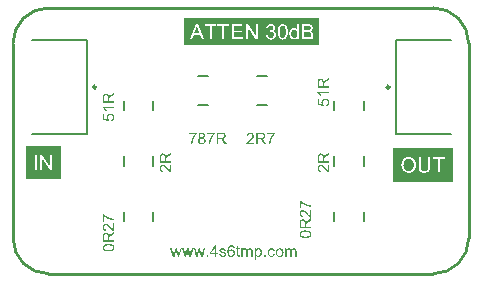
<source format=gto>
G04*
G04 #@! TF.GenerationSoftware,Altium Limited,Altium Designer,20.0.10 (225)*
G04*
G04 Layer_Color=65535*
%FSLAX25Y25*%
%MOIN*%
G70*
G01*
G75*
%ADD10C,0.00984*%
%ADD11C,0.00787*%
%ADD12C,0.01000*%
G36*
X311825Y412633D02*
X291529D01*
Y423759D01*
X311825D01*
Y412633D01*
D02*
G37*
G36*
X267111Y458000D02*
X222000D01*
Y467091D01*
X267111D01*
Y458000D01*
D02*
G37*
G36*
X237935Y391417D02*
X237974D01*
X238018Y391412D01*
X238124Y391390D01*
X238240Y391362D01*
X238362Y391317D01*
X238485Y391251D01*
X238546Y391212D01*
X238601Y391167D01*
X238607Y391162D01*
X238612Y391156D01*
X238629Y391140D01*
X238646Y391123D01*
X238673Y391095D01*
X238695Y391062D01*
X238756Y390984D01*
X238818Y390884D01*
X238873Y390762D01*
X238923Y390624D01*
X238956Y390468D01*
X238485Y390429D01*
Y390435D01*
X238479Y390441D01*
X238474Y390474D01*
X238457Y390524D01*
X238435Y390585D01*
X238412Y390651D01*
X238379Y390718D01*
X238340Y390779D01*
X238301Y390829D01*
X238290Y390840D01*
X238268Y390862D01*
X238229Y390896D01*
X238174Y390934D01*
X238102Y390968D01*
X238024Y391001D01*
X237930Y391023D01*
X237830Y391034D01*
X237791D01*
X237746Y391029D01*
X237697Y391018D01*
X237630Y391001D01*
X237563Y390979D01*
X237497Y390951D01*
X237430Y390907D01*
X237419Y390901D01*
X237391Y390879D01*
X237352Y390840D01*
X237302Y390785D01*
X237247Y390718D01*
X237186Y390640D01*
X237130Y390540D01*
X237075Y390429D01*
Y390424D01*
X237069Y390413D01*
X237064Y390396D01*
X237053Y390374D01*
X237047Y390341D01*
X237036Y390302D01*
X237025Y390257D01*
X237014Y390202D01*
X236997Y390141D01*
X236986Y390074D01*
X236975Y390002D01*
X236969Y389924D01*
X236958Y389836D01*
X236953Y389747D01*
X236947Y389647D01*
Y389547D01*
X236953Y389552D01*
X236975Y389586D01*
X237014Y389630D01*
X237064Y389686D01*
X237119Y389752D01*
X237191Y389813D01*
X237269Y389874D01*
X237358Y389930D01*
X237364D01*
X237369Y389935D01*
X237402Y389952D01*
X237452Y389969D01*
X237519Y389997D01*
X237597Y390019D01*
X237685Y390035D01*
X237780Y390052D01*
X237880Y390057D01*
X237924D01*
X237957Y390052D01*
X238002Y390047D01*
X238046Y390041D01*
X238102Y390030D01*
X238157Y390013D01*
X238285Y389974D01*
X238351Y389947D01*
X238418Y389908D01*
X238485Y389869D01*
X238557Y389824D01*
X238623Y389769D01*
X238684Y389708D01*
X238690Y389702D01*
X238701Y389691D01*
X238718Y389675D01*
X238734Y389647D01*
X238762Y389608D01*
X238790Y389569D01*
X238818Y389519D01*
X238851Y389464D01*
X238884Y389403D01*
X238912Y389336D01*
X238940Y389258D01*
X238967Y389181D01*
X238984Y389097D01*
X239001Y389003D01*
X239012Y388909D01*
X239017Y388809D01*
Y388803D01*
Y388792D01*
Y388775D01*
Y388748D01*
X239012Y388714D01*
Y388681D01*
X238995Y388592D01*
X238979Y388487D01*
X238951Y388376D01*
X238912Y388254D01*
X238856Y388137D01*
Y388132D01*
X238851Y388126D01*
X238840Y388109D01*
X238829Y388087D01*
X238795Y388032D01*
X238745Y387960D01*
X238684Y387882D01*
X238612Y387804D01*
X238523Y387726D01*
X238429Y387660D01*
X238423D01*
X238418Y387654D01*
X238401Y387643D01*
X238379Y387638D01*
X238324Y387610D01*
X238251Y387582D01*
X238157Y387549D01*
X238052Y387527D01*
X237935Y387505D01*
X237807Y387499D01*
X237780D01*
X237752Y387505D01*
X237707D01*
X237658Y387510D01*
X237602Y387521D01*
X237536Y387538D01*
X237469Y387555D01*
X237391Y387577D01*
X237314Y387604D01*
X237236Y387638D01*
X237153Y387682D01*
X237075Y387732D01*
X236997Y387788D01*
X236919Y387854D01*
X236847Y387932D01*
X236842Y387937D01*
X236831Y387954D01*
X236814Y387976D01*
X236792Y388015D01*
X236758Y388065D01*
X236731Y388121D01*
X236697Y388193D01*
X236664Y388270D01*
X236625Y388365D01*
X236592Y388470D01*
X236564Y388587D01*
X236537Y388714D01*
X236509Y388859D01*
X236492Y389014D01*
X236481Y389181D01*
X236475Y389358D01*
Y389364D01*
Y389369D01*
Y389386D01*
Y389408D01*
X236481Y389464D01*
Y389541D01*
X236487Y389630D01*
X236498Y389736D01*
X236509Y389852D01*
X236525Y389980D01*
X236548Y390107D01*
X236575Y390246D01*
X236609Y390379D01*
X236648Y390513D01*
X236697Y390640D01*
X236753Y390762D01*
X236814Y390879D01*
X236886Y390979D01*
X236892Y390984D01*
X236903Y390996D01*
X236925Y391018D01*
X236953Y391051D01*
X236986Y391084D01*
X237031Y391118D01*
X237086Y391162D01*
X237141Y391201D01*
X237208Y391240D01*
X237280Y391284D01*
X237364Y391317D01*
X237447Y391356D01*
X237541Y391384D01*
X237641Y391406D01*
X237746Y391417D01*
X237857Y391423D01*
X237902D01*
X237935Y391417D01*
D02*
G37*
G36*
X246904Y390407D02*
X246943Y390402D01*
X247026Y390391D01*
X247126Y390368D01*
X247231Y390335D01*
X247337Y390285D01*
X247442Y390224D01*
X247448D01*
X247453Y390213D01*
X247487Y390191D01*
X247537Y390146D01*
X247598Y390091D01*
X247664Y390019D01*
X247731Y389930D01*
X247797Y389825D01*
X247853Y389708D01*
Y389702D01*
X247859Y389691D01*
X247864Y389675D01*
X247875Y389652D01*
X247886Y389619D01*
X247897Y389580D01*
X247925Y389492D01*
X247953Y389381D01*
X247975Y389258D01*
X247992Y389120D01*
X247997Y388975D01*
Y388970D01*
Y388959D01*
Y388936D01*
Y388903D01*
X247992Y388864D01*
Y388820D01*
X247981Y388720D01*
X247958Y388598D01*
X247931Y388470D01*
X247892Y388337D01*
X247842Y388204D01*
Y388198D01*
X247836Y388187D01*
X247825Y388171D01*
X247814Y388148D01*
X247775Y388087D01*
X247725Y388010D01*
X247664Y387926D01*
X247586Y387843D01*
X247498Y387760D01*
X247392Y387682D01*
X247387D01*
X247381Y387677D01*
X247365Y387666D01*
X247342Y387654D01*
X247287Y387627D01*
X247209Y387593D01*
X247115Y387560D01*
X247015Y387532D01*
X246898Y387510D01*
X246782Y387505D01*
X246743D01*
X246698Y387510D01*
X246643Y387516D01*
X246576Y387527D01*
X246504Y387543D01*
X246432Y387566D01*
X246360Y387599D01*
X246354Y387604D01*
X246327Y387616D01*
X246293Y387638D01*
X246249Y387671D01*
X246205Y387704D01*
X246149Y387749D01*
X246099Y387799D01*
X246055Y387854D01*
Y386500D01*
X245583D01*
Y390352D01*
X246010D01*
Y389985D01*
X246016Y389997D01*
X246038Y390019D01*
X246066Y390057D01*
X246110Y390102D01*
X246160Y390158D01*
X246216Y390207D01*
X246282Y390257D01*
X246349Y390302D01*
X246360Y390307D01*
X246382Y390318D01*
X246427Y390335D01*
X246482Y390357D01*
X246549Y390380D01*
X246626Y390396D01*
X246715Y390407D01*
X246815Y390413D01*
X246876D01*
X246904Y390407D01*
D02*
G37*
G36*
X258714D02*
X258753D01*
X258792Y390402D01*
X258886Y390385D01*
X258986Y390357D01*
X259092Y390313D01*
X259197Y390257D01*
X259286Y390180D01*
X259297Y390169D01*
X259319Y390135D01*
X259358Y390085D01*
X259375Y390047D01*
X259397Y390008D01*
X259419Y389958D01*
X259436Y389908D01*
X259458Y389852D01*
X259475Y389786D01*
X259486Y389719D01*
X259497Y389641D01*
X259508Y389564D01*
Y389475D01*
Y387566D01*
X259036D01*
Y389314D01*
Y389319D01*
Y389325D01*
Y389358D01*
Y389408D01*
X259031Y389469D01*
X259025Y389536D01*
X259019Y389602D01*
X259008Y389669D01*
X258992Y389719D01*
Y389725D01*
X258981Y389741D01*
X258970Y389763D01*
X258953Y389791D01*
X258931Y389825D01*
X258903Y389858D01*
X258870Y389891D01*
X258825Y389924D01*
X258820Y389930D01*
X258803Y389935D01*
X258781Y389947D01*
X258742Y389963D01*
X258703Y389980D01*
X258653Y389991D01*
X258603Y389997D01*
X258542Y390002D01*
X258514D01*
X258492Y389997D01*
X258437Y389991D01*
X258370Y389980D01*
X258293Y389952D01*
X258209Y389919D01*
X258126Y389869D01*
X258048Y389802D01*
X258043Y389791D01*
X258021Y389763D01*
X257987Y389719D01*
X257954Y389652D01*
X257915Y389564D01*
X257887Y389458D01*
X257865Y389331D01*
X257854Y389181D01*
Y387566D01*
X257382D01*
Y389369D01*
Y389375D01*
Y389386D01*
Y389397D01*
Y389419D01*
X257377Y389480D01*
X257366Y389547D01*
X257355Y389625D01*
X257332Y389702D01*
X257305Y389774D01*
X257266Y389841D01*
X257260Y389847D01*
X257244Y389869D01*
X257216Y389891D01*
X257177Y389924D01*
X257127Y389952D01*
X257060Y389980D01*
X256983Y389997D01*
X256888Y390002D01*
X256855D01*
X256816Y389997D01*
X256772Y389991D01*
X256716Y389974D01*
X256650Y389958D01*
X256589Y389930D01*
X256522Y389897D01*
X256517Y389891D01*
X256494Y389874D01*
X256467Y389852D01*
X256428Y389819D01*
X256389Y389774D01*
X256350Y389719D01*
X256311Y389658D01*
X256278Y389586D01*
X256272Y389575D01*
X256267Y389547D01*
X256256Y389503D01*
X256239Y389441D01*
X256222Y389358D01*
X256211Y389258D01*
X256206Y389142D01*
X256200Y389009D01*
Y387566D01*
X255728D01*
Y390352D01*
X256150D01*
Y389952D01*
X256156Y389963D01*
X256172Y389985D01*
X256206Y390024D01*
X256244Y390069D01*
X256294Y390124D01*
X256356Y390180D01*
X256422Y390235D01*
X256500Y390285D01*
X256511Y390291D01*
X256539Y390307D01*
X256583Y390324D01*
X256644Y390352D01*
X256716Y390374D01*
X256800Y390391D01*
X256894Y390407D01*
X256994Y390413D01*
X257044D01*
X257105Y390407D01*
X257171Y390396D01*
X257255Y390380D01*
X257338Y390357D01*
X257421Y390324D01*
X257499Y390280D01*
X257510Y390274D01*
X257532Y390257D01*
X257565Y390230D01*
X257610Y390185D01*
X257654Y390135D01*
X257704Y390074D01*
X257749Y390002D01*
X257782Y389919D01*
X257787Y389924D01*
X257799Y389941D01*
X257815Y389963D01*
X257843Y389997D01*
X257876Y390035D01*
X257915Y390074D01*
X257960Y390119D01*
X258015Y390169D01*
X258076Y390213D01*
X258137Y390257D01*
X258209Y390296D01*
X258287Y390335D01*
X258370Y390368D01*
X258459Y390391D01*
X258548Y390407D01*
X258648Y390413D01*
X258686D01*
X258714Y390407D01*
D02*
G37*
G36*
X244090Y390407D02*
X244129D01*
X244168Y390402D01*
X244262Y390385D01*
X244362Y390357D01*
X244467Y390313D01*
X244573Y390257D01*
X244662Y390180D01*
X244673Y390169D01*
X244695Y390135D01*
X244734Y390085D01*
X244750Y390047D01*
X244773Y390008D01*
X244795Y389958D01*
X244812Y389908D01*
X244834Y389852D01*
X244850Y389786D01*
X244862Y389719D01*
X244873Y389641D01*
X244884Y389564D01*
Y389475D01*
Y387566D01*
X244412D01*
Y389314D01*
Y389319D01*
Y389325D01*
Y389358D01*
Y389408D01*
X244406Y389469D01*
X244401Y389536D01*
X244395Y389602D01*
X244384Y389669D01*
X244368Y389719D01*
Y389724D01*
X244356Y389741D01*
X244345Y389763D01*
X244329Y389791D01*
X244306Y389824D01*
X244279Y389858D01*
X244245Y389891D01*
X244201Y389924D01*
X244196Y389930D01*
X244179Y389935D01*
X244157Y389947D01*
X244118Y389963D01*
X244079Y389980D01*
X244029Y389991D01*
X243979Y389997D01*
X243918Y390002D01*
X243890D01*
X243868Y389997D01*
X243813Y389991D01*
X243746Y389980D01*
X243668Y389952D01*
X243585Y389919D01*
X243502Y389869D01*
X243424Y389802D01*
X243419Y389791D01*
X243396Y389763D01*
X243363Y389719D01*
X243330Y389652D01*
X243291Y389564D01*
X243263Y389458D01*
X243241Y389331D01*
X243230Y389181D01*
Y387566D01*
X242758D01*
Y389369D01*
Y389375D01*
Y389386D01*
Y389397D01*
Y389419D01*
X242753Y389480D01*
X242741Y389547D01*
X242730Y389625D01*
X242708Y389702D01*
X242680Y389774D01*
X242641Y389841D01*
X242636Y389847D01*
X242619Y389869D01*
X242592Y389891D01*
X242553Y389924D01*
X242503Y389952D01*
X242436Y389980D01*
X242358Y389997D01*
X242264Y390002D01*
X242231D01*
X242192Y389997D01*
X242148Y389991D01*
X242092Y389974D01*
X242025Y389958D01*
X241964Y389930D01*
X241898Y389897D01*
X241892Y389891D01*
X241870Y389874D01*
X241842Y389852D01*
X241804Y389819D01*
X241765Y389774D01*
X241726Y389719D01*
X241687Y389658D01*
X241654Y389586D01*
X241648Y389575D01*
X241642Y389547D01*
X241631Y389503D01*
X241615Y389441D01*
X241598Y389358D01*
X241587Y389258D01*
X241581Y389142D01*
X241576Y389009D01*
Y387566D01*
X241104D01*
Y390352D01*
X241526D01*
Y389952D01*
X241531Y389963D01*
X241548Y389985D01*
X241581Y390024D01*
X241620Y390069D01*
X241670Y390124D01*
X241731Y390180D01*
X241798Y390235D01*
X241876Y390285D01*
X241887Y390291D01*
X241914Y390307D01*
X241959Y390324D01*
X242020Y390352D01*
X242092Y390374D01*
X242175Y390390D01*
X242270Y390407D01*
X242370Y390413D01*
X242420D01*
X242480Y390407D01*
X242547Y390396D01*
X242630Y390379D01*
X242714Y390357D01*
X242797Y390324D01*
X242875Y390280D01*
X242886Y390274D01*
X242908Y390257D01*
X242941Y390230D01*
X242986Y390185D01*
X243030Y390135D01*
X243080Y390074D01*
X243124Y390002D01*
X243158Y389919D01*
X243163Y389924D01*
X243174Y389941D01*
X243191Y389963D01*
X243219Y389997D01*
X243252Y390035D01*
X243291Y390074D01*
X243335Y390119D01*
X243391Y390169D01*
X243452Y390213D01*
X243513Y390257D01*
X243585Y390296D01*
X243663Y390335D01*
X243746Y390368D01*
X243835Y390390D01*
X243923Y390407D01*
X244023Y390413D01*
X244062D01*
X244090Y390407D01*
D02*
G37*
G36*
X234971D02*
X235055Y390402D01*
X235143Y390390D01*
X235238Y390368D01*
X235338Y390346D01*
X235432Y390313D01*
X235438D01*
X235443Y390307D01*
X235471Y390296D01*
X235515Y390274D01*
X235571Y390246D01*
X235632Y390207D01*
X235693Y390163D01*
X235748Y390113D01*
X235798Y390057D01*
X235804Y390052D01*
X235815Y390030D01*
X235837Y389991D01*
X235865Y389947D01*
X235893Y389880D01*
X235920Y389808D01*
X235943Y389724D01*
X235965Y389630D01*
X235504Y389569D01*
Y389580D01*
X235499Y389602D01*
X235488Y389641D01*
X235471Y389691D01*
X235443Y389741D01*
X235410Y389797D01*
X235371Y389852D01*
X235315Y389902D01*
X235310Y389908D01*
X235288Y389919D01*
X235254Y389941D01*
X235205Y389963D01*
X235149Y389985D01*
X235077Y390008D01*
X234988Y390019D01*
X234894Y390024D01*
X234838D01*
X234783Y390019D01*
X234711Y390013D01*
X234638Y389997D01*
X234561Y389980D01*
X234489Y389952D01*
X234427Y389913D01*
X234422Y389908D01*
X234405Y389897D01*
X234383Y389874D01*
X234361Y389841D01*
X234333Y389808D01*
X234311Y389763D01*
X234294Y389714D01*
X234289Y389664D01*
Y389658D01*
Y389647D01*
X234294Y389630D01*
Y389608D01*
X234311Y389552D01*
X234344Y389497D01*
X234350Y389491D01*
X234355Y389486D01*
X234366Y389469D01*
X234389Y389453D01*
X234411Y389436D01*
X234444Y389414D01*
X234483Y389397D01*
X234527Y389375D01*
X234533D01*
X234544Y389369D01*
X234566Y389364D01*
X234605Y389347D01*
X234661Y389331D01*
X234733Y389314D01*
X234777Y389297D01*
X234827Y389286D01*
X234883Y389269D01*
X234944Y389253D01*
X234949D01*
X234966Y389247D01*
X234994Y389242D01*
X235027Y389231D01*
X235066Y389219D01*
X235116Y389208D01*
X235221Y389175D01*
X235338Y389142D01*
X235454Y389103D01*
X235560Y389064D01*
X235604Y389047D01*
X235643Y389031D01*
X235654Y389025D01*
X235676Y389014D01*
X235710Y388998D01*
X235759Y388970D01*
X235809Y388936D01*
X235859Y388892D01*
X235909Y388842D01*
X235954Y388787D01*
X235959Y388781D01*
X235970Y388759D01*
X235993Y388726D01*
X236015Y388676D01*
X236031Y388615D01*
X236054Y388548D01*
X236065Y388470D01*
X236070Y388381D01*
Y388370D01*
Y388343D01*
X236065Y388298D01*
X236054Y388237D01*
X236037Y388171D01*
X236009Y388098D01*
X235976Y388015D01*
X235932Y387937D01*
X235926Y387926D01*
X235904Y387904D01*
X235876Y387865D01*
X235832Y387821D01*
X235771Y387771D01*
X235704Y387716D01*
X235626Y387666D01*
X235532Y387615D01*
X235526D01*
X235521Y387610D01*
X235488Y387599D01*
X235432Y387582D01*
X235360Y387560D01*
X235271Y387538D01*
X235171Y387521D01*
X235066Y387510D01*
X234944Y387505D01*
X234894D01*
X234855Y387510D01*
X234810D01*
X234755Y387516D01*
X234699Y387521D01*
X234638Y387532D01*
X234505Y387560D01*
X234366Y387599D01*
X234233Y387654D01*
X234172Y387688D01*
X234117Y387726D01*
X234111Y387732D01*
X234106Y387738D01*
X234072Y387771D01*
X234022Y387821D01*
X233967Y387899D01*
X233906Y387993D01*
X233845Y388104D01*
X233795Y388243D01*
X233756Y388398D01*
X234222Y388470D01*
Y388465D01*
Y388459D01*
X234233Y388426D01*
X234244Y388370D01*
X234267Y388309D01*
X234294Y388243D01*
X234328Y388171D01*
X234378Y388098D01*
X234439Y388037D01*
X234450Y388032D01*
X234472Y388015D01*
X234516Y387993D01*
X234572Y387965D01*
X234644Y387937D01*
X234727Y387915D01*
X234827Y387899D01*
X234944Y387893D01*
X234999D01*
X235055Y387899D01*
X235127Y387910D01*
X235205Y387926D01*
X235288Y387948D01*
X235360Y387976D01*
X235426Y388021D01*
X235432Y388026D01*
X235454Y388043D01*
X235476Y388071D01*
X235510Y388109D01*
X235538Y388154D01*
X235565Y388209D01*
X235582Y388265D01*
X235587Y388332D01*
Y388337D01*
Y388359D01*
X235582Y388387D01*
X235571Y388426D01*
X235554Y388465D01*
X235526Y388504D01*
X235493Y388548D01*
X235443Y388581D01*
X235438Y388587D01*
X235421Y388592D01*
X235393Y388609D01*
X235349Y388626D01*
X235282Y388648D01*
X235243Y388665D01*
X235199Y388676D01*
X235149Y388692D01*
X235093Y388709D01*
X235033Y388726D01*
X234960Y388742D01*
X234955D01*
X234938Y388748D01*
X234910Y388753D01*
X234877Y388764D01*
X234833Y388775D01*
X234783Y388792D01*
X234677Y388820D01*
X234555Y388859D01*
X234439Y388892D01*
X234328Y388931D01*
X234278Y388953D01*
X234239Y388970D01*
X234228Y388975D01*
X234206Y388986D01*
X234172Y389009D01*
X234128Y389036D01*
X234078Y389075D01*
X234028Y389120D01*
X233978Y389170D01*
X233934Y389231D01*
X233928Y389236D01*
X233917Y389258D01*
X233900Y389297D01*
X233884Y389342D01*
X233867Y389397D01*
X233850Y389464D01*
X233839Y389530D01*
X233834Y389608D01*
Y389619D01*
Y389641D01*
X233839Y389675D01*
X233845Y389724D01*
X233856Y389774D01*
X233867Y389836D01*
X233889Y389891D01*
X233917Y389952D01*
X233922Y389958D01*
X233934Y389980D01*
X233950Y390008D01*
X233978Y390047D01*
X234011Y390085D01*
X234050Y390135D01*
X234095Y390180D01*
X234150Y390218D01*
X234156Y390224D01*
X234172Y390230D01*
X234194Y390246D01*
X234228Y390263D01*
X234272Y390285D01*
X234322Y390307D01*
X234383Y390330D01*
X234450Y390352D01*
X234461Y390357D01*
X234483Y390363D01*
X234522Y390374D01*
X234572Y390385D01*
X234633Y390396D01*
X234699Y390402D01*
X234777Y390413D01*
X234910D01*
X234971Y390407D01*
D02*
G37*
G36*
X251266Y390407D02*
X251300D01*
X251344Y390402D01*
X251449Y390385D01*
X251566Y390357D01*
X251688Y390313D01*
X251810Y390257D01*
X251927Y390180D01*
X251932D01*
X251938Y390169D01*
X251971Y390135D01*
X252021Y390085D01*
X252082Y390013D01*
X252143Y389924D01*
X252204Y389813D01*
X252260Y389686D01*
X252298Y389536D01*
X251838Y389464D01*
Y389469D01*
X251832Y389475D01*
X251827Y389508D01*
X251810Y389558D01*
X251782Y389619D01*
X251755Y389686D01*
X251710Y389758D01*
X251660Y389825D01*
X251605Y389880D01*
X251599Y389885D01*
X251577Y389902D01*
X251538Y389924D01*
X251494Y389952D01*
X251433Y389980D01*
X251366Y390002D01*
X251288Y390019D01*
X251205Y390024D01*
X251172D01*
X251144Y390019D01*
X251083Y390013D01*
X251000Y389991D01*
X250911Y389963D01*
X250811Y389919D01*
X250717Y389852D01*
X250672Y389813D01*
X250628Y389769D01*
Y389763D01*
X250617Y389758D01*
X250606Y389741D01*
X250595Y389719D01*
X250578Y389691D01*
X250556Y389658D01*
X250539Y389619D01*
X250517Y389575D01*
X250495Y389519D01*
X250478Y389458D01*
X250456Y389392D01*
X250439Y389319D01*
X250428Y389242D01*
X250417Y389153D01*
X250406Y389059D01*
Y388959D01*
Y388953D01*
Y388936D01*
Y388903D01*
X250412Y388870D01*
Y388820D01*
X250417Y388770D01*
X250434Y388648D01*
X250456Y388515D01*
X250495Y388376D01*
X250545Y388254D01*
X250578Y388193D01*
X250617Y388143D01*
X250628Y388132D01*
X250656Y388104D01*
X250706Y388065D01*
X250767Y388021D01*
X250850Y387971D01*
X250944Y387932D01*
X251055Y387904D01*
X251116Y387899D01*
X251177Y387893D01*
X251188D01*
X251222Y387899D01*
X251277Y387904D01*
X251338Y387915D01*
X251411Y387932D01*
X251488Y387965D01*
X251566Y388004D01*
X251638Y388060D01*
X251649Y388065D01*
X251666Y388093D01*
X251699Y388132D01*
X251738Y388193D01*
X251777Y388265D01*
X251821Y388354D01*
X251854Y388465D01*
X251877Y388587D01*
X252343Y388526D01*
Y388520D01*
X252337Y388504D01*
X252332Y388481D01*
X252326Y388448D01*
X252315Y388404D01*
X252304Y388359D01*
X252265Y388248D01*
X252215Y388132D01*
X252143Y388004D01*
X252054Y387882D01*
X252004Y387826D01*
X251949Y387771D01*
X251943Y387765D01*
X251932Y387760D01*
X251916Y387749D01*
X251893Y387732D01*
X251866Y387710D01*
X251827Y387688D01*
X251782Y387666D01*
X251738Y387638D01*
X251627Y387588D01*
X251494Y387549D01*
X251349Y387516D01*
X251266Y387510D01*
X251183Y387505D01*
X251127D01*
X251089Y387510D01*
X251039Y387516D01*
X250983Y387527D01*
X250922Y387538D01*
X250855Y387549D01*
X250706Y387593D01*
X250634Y387627D01*
X250556Y387660D01*
X250478Y387704D01*
X250406Y387754D01*
X250334Y387810D01*
X250267Y387876D01*
X250262Y387882D01*
X250251Y387893D01*
X250234Y387915D01*
X250212Y387943D01*
X250189Y387982D01*
X250156Y388032D01*
X250129Y388087D01*
X250095Y388148D01*
X250062Y388221D01*
X250034Y388304D01*
X250001Y388387D01*
X249979Y388487D01*
X249956Y388587D01*
X249940Y388703D01*
X249929Y388820D01*
X249923Y388948D01*
Y388953D01*
Y388970D01*
Y388992D01*
Y389025D01*
X249929Y389064D01*
Y389108D01*
X249934Y389159D01*
X249940Y389214D01*
X249956Y389336D01*
X249984Y389469D01*
X250017Y389602D01*
X250067Y389736D01*
Y389741D01*
X250073Y389752D01*
X250084Y389769D01*
X250095Y389791D01*
X250129Y389852D01*
X250178Y389924D01*
X250245Y390008D01*
X250323Y390091D01*
X250417Y390174D01*
X250522Y390241D01*
X250528D01*
X250539Y390246D01*
X250556Y390257D01*
X250578Y390268D01*
X250606Y390280D01*
X250639Y390296D01*
X250722Y390330D01*
X250817Y390357D01*
X250933Y390385D01*
X251055Y390407D01*
X251188Y390413D01*
X251233D01*
X251266Y390407D01*
D02*
G37*
G36*
X228189Y387566D02*
X227706D01*
X227262Y389231D01*
X227151Y389708D01*
X226591Y387566D01*
X226091D01*
X225248Y390352D01*
X225742D01*
X226186Y388742D01*
X226341Y388143D01*
Y388148D01*
X226347Y388159D01*
X226352Y388187D01*
X226358Y388204D01*
X226363Y388232D01*
X226369Y388265D01*
X226380Y388304D01*
X226391Y388348D01*
X226408Y388404D01*
X226424Y388465D01*
X226441Y388537D01*
X226463Y388620D01*
X226485Y388714D01*
X226929Y390352D01*
X227412D01*
X227829Y388731D01*
X227967Y388198D01*
X228128Y388737D01*
X228606Y390352D01*
X229066D01*
X228189Y387566D01*
D02*
G37*
G36*
X224315D02*
X223833D01*
X223389Y389231D01*
X223278Y389708D01*
X222717Y387566D01*
X222217D01*
X221374Y390352D01*
X221868D01*
X222312Y388742D01*
X222467Y388143D01*
Y388148D01*
X222473Y388159D01*
X222478Y388187D01*
X222484Y388204D01*
X222489Y388232D01*
X222495Y388265D01*
X222506Y388304D01*
X222517Y388348D01*
X222534Y388404D01*
X222551Y388465D01*
X222567Y388537D01*
X222589Y388620D01*
X222611Y388714D01*
X223056Y390352D01*
X223538D01*
X223955Y388731D01*
X224093Y388198D01*
X224254Y388737D01*
X224732Y390352D01*
X225192D01*
X224315Y387566D01*
D02*
G37*
G36*
X220442D02*
X219959D01*
X219515Y389231D01*
X219404Y389708D01*
X218843Y387566D01*
X218344D01*
X217500Y390352D01*
X217994D01*
X218438Y388742D01*
X218593Y388143D01*
Y388148D01*
X218599Y388159D01*
X218604Y388187D01*
X218610Y388204D01*
X218616Y388232D01*
X218621Y388265D01*
X218632Y388304D01*
X218643Y388348D01*
X218660Y388404D01*
X218677Y388465D01*
X218693Y388537D01*
X218716Y388620D01*
X218738Y388714D01*
X219182Y390352D01*
X219665D01*
X220081Y388731D01*
X220219Y388198D01*
X220380Y388737D01*
X220858Y390352D01*
X221318D01*
X220442Y387566D01*
D02*
G37*
G36*
X249240Y387566D02*
X248702D01*
Y388104D01*
X249240D01*
Y387566D01*
D02*
G37*
G36*
X232807Y388920D02*
X233329D01*
Y388487D01*
X232807D01*
Y387566D01*
X232335D01*
Y388487D01*
X230665D01*
Y388920D01*
X232424Y391406D01*
X232807D01*
Y388920D01*
D02*
G37*
G36*
X230137Y387566D02*
X229599D01*
Y388104D01*
X230137D01*
Y387566D01*
D02*
G37*
G36*
X240166Y390352D02*
X240644D01*
Y389985D01*
X240166D01*
Y388348D01*
Y388337D01*
Y388315D01*
Y388282D01*
X240172Y388243D01*
X240177Y388154D01*
X240183Y388115D01*
X240188Y388087D01*
X240194Y388076D01*
X240211Y388054D01*
X240233Y388026D01*
X240272Y387999D01*
X240283Y387993D01*
X240311Y387982D01*
X240360Y387971D01*
X240433Y387965D01*
X240488D01*
X240516Y387971D01*
X240555D01*
X240599Y387976D01*
X240644Y387982D01*
X240705Y387566D01*
X240693D01*
X240671Y387560D01*
X240632Y387555D01*
X240582Y387549D01*
X240527Y387538D01*
X240466Y387532D01*
X240344Y387527D01*
X240299D01*
X240255Y387532D01*
X240199Y387538D01*
X240133Y387543D01*
X240066Y387560D01*
X240005Y387577D01*
X239944Y387604D01*
X239939Y387610D01*
X239922Y387621D01*
X239900Y387638D01*
X239866Y387666D01*
X239839Y387693D01*
X239806Y387732D01*
X239772Y387771D01*
X239750Y387821D01*
Y387826D01*
X239739Y387849D01*
X239733Y387888D01*
X239722Y387943D01*
X239711Y388015D01*
X239705Y388059D01*
Y388109D01*
X239700Y388171D01*
X239694Y388232D01*
Y388298D01*
Y388376D01*
Y389985D01*
X239345D01*
Y390352D01*
X239694D01*
Y391040D01*
X240166Y391323D01*
Y390352D01*
D02*
G37*
G36*
X253969Y390407D02*
X254019Y390402D01*
X254075Y390391D01*
X254136Y390380D01*
X254208Y390368D01*
X254358Y390318D01*
X254435Y390291D01*
X254513Y390252D01*
X254591Y390213D01*
X254668Y390158D01*
X254741Y390102D01*
X254813Y390035D01*
X254818Y390030D01*
X254829Y390019D01*
X254846Y389997D01*
X254868Y389969D01*
X254896Y389930D01*
X254929Y389880D01*
X254962Y389825D01*
X254996Y389763D01*
X255029Y389697D01*
X255062Y389614D01*
X255096Y389530D01*
X255123Y389436D01*
X255146Y389336D01*
X255162Y389231D01*
X255173Y389120D01*
X255179Y388998D01*
Y388992D01*
Y388975D01*
Y388948D01*
Y388909D01*
X255173Y388864D01*
X255168Y388809D01*
Y388753D01*
X255157Y388692D01*
X255140Y388554D01*
X255107Y388415D01*
X255068Y388276D01*
X255012Y388148D01*
Y388143D01*
X255007Y388137D01*
X254996Y388121D01*
X254985Y388098D01*
X254946Y388043D01*
X254896Y387976D01*
X254829Y387899D01*
X254746Y387821D01*
X254652Y387743D01*
X254541Y387671D01*
X254535D01*
X254530Y387666D01*
X254513Y387654D01*
X254485Y387643D01*
X254457Y387632D01*
X254424Y387621D01*
X254341Y387588D01*
X254246Y387560D01*
X254130Y387532D01*
X254008Y387510D01*
X253875Y387505D01*
X253819D01*
X253775Y387510D01*
X253725Y387516D01*
X253669Y387527D01*
X253603Y387538D01*
X253536Y387549D01*
X253386Y387593D01*
X253303Y387627D01*
X253225Y387660D01*
X253148Y387704D01*
X253070Y387754D01*
X252998Y387810D01*
X252926Y387876D01*
X252920Y387882D01*
X252909Y387893D01*
X252892Y387915D01*
X252870Y387949D01*
X252842Y387987D01*
X252815Y388032D01*
X252781Y388087D01*
X252748Y388154D01*
X252715Y388226D01*
X252681Y388309D01*
X252654Y388398D01*
X252626Y388492D01*
X252604Y388598D01*
X252587Y388709D01*
X252576Y388831D01*
X252570Y388959D01*
Y388970D01*
Y388992D01*
X252576Y389031D01*
Y389086D01*
X252582Y389147D01*
X252593Y389225D01*
X252604Y389303D01*
X252626Y389392D01*
X252648Y389480D01*
X252676Y389575D01*
X252709Y389675D01*
X252754Y389769D01*
X252798Y389858D01*
X252859Y389947D01*
X252920Y390030D01*
X252998Y390102D01*
X253003Y390107D01*
X253014Y390113D01*
X253037Y390130D01*
X253064Y390152D01*
X253098Y390174D01*
X253142Y390202D01*
X253186Y390230D01*
X253242Y390257D01*
X253303Y390285D01*
X253370Y390313D01*
X253520Y390363D01*
X253692Y390402D01*
X253780Y390407D01*
X253875Y390413D01*
X253930D01*
X253969Y390407D01*
D02*
G37*
G36*
X195356Y401677D02*
X195367Y401666D01*
X195389Y401644D01*
X195423Y401622D01*
X195461Y401588D01*
X195506Y401544D01*
X195561Y401500D01*
X195628Y401450D01*
X195695Y401400D01*
X195772Y401339D01*
X195861Y401278D01*
X195950Y401217D01*
X196050Y401150D01*
X196155Y401083D01*
X196272Y401017D01*
X196388Y400950D01*
X196394Y400945D01*
X196416Y400933D01*
X196449Y400917D01*
X196499Y400889D01*
X196560Y400861D01*
X196627Y400828D01*
X196705Y400789D01*
X196793Y400750D01*
X196893Y400706D01*
X196993Y400656D01*
X197104Y400611D01*
X197221Y400567D01*
X197459Y400478D01*
X197715Y400395D01*
X197720D01*
X197737Y400390D01*
X197765Y400384D01*
X197798Y400373D01*
X197843Y400362D01*
X197898Y400351D01*
X197959Y400334D01*
X198026Y400323D01*
X198103Y400306D01*
X198187Y400290D01*
X198364Y400262D01*
X198558Y400234D01*
X198769Y400217D01*
Y399735D01*
X198764D01*
X198747D01*
X198725D01*
X198692Y399740D01*
X198647D01*
X198592Y399746D01*
X198531Y399751D01*
X198464Y399757D01*
X198386Y399768D01*
X198309Y399779D01*
X198214Y399796D01*
X198120Y399812D01*
X198020Y399829D01*
X197909Y399851D01*
X197681Y399907D01*
X197676D01*
X197654Y399912D01*
X197620Y399923D01*
X197571Y399940D01*
X197515Y399957D01*
X197448Y399979D01*
X197371Y400001D01*
X197287Y400034D01*
X197193Y400068D01*
X197099Y400101D01*
X196888Y400184D01*
X196666Y400284D01*
X196444Y400395D01*
X196438Y400401D01*
X196416Y400412D01*
X196388Y400428D01*
X196344Y400451D01*
X196294Y400478D01*
X196233Y400517D01*
X196166Y400556D01*
X196094Y400600D01*
X195933Y400706D01*
X195767Y400817D01*
X195595Y400945D01*
X195434Y401078D01*
Y399196D01*
X194979D01*
Y401683D01*
X195351D01*
X195356Y401677D01*
D02*
G37*
G36*
X198769Y396111D02*
X198764D01*
X198742D01*
X198708D01*
X198664Y396116D01*
X198614Y396122D01*
X198558Y396133D01*
X198503Y396144D01*
X198442Y396166D01*
X198436D01*
X198431Y396171D01*
X198398Y396183D01*
X198347Y396205D01*
X198281Y396238D01*
X198203Y396283D01*
X198114Y396338D01*
X198026Y396399D01*
X197931Y396477D01*
X197926D01*
X197920Y396488D01*
X197887Y396516D01*
X197837Y396566D01*
X197765Y396638D01*
X197681Y396721D01*
X197582Y396827D01*
X197471Y396954D01*
X197354Y397093D01*
X197348Y397098D01*
X197332Y397121D01*
X197304Y397154D01*
X197271Y397193D01*
X197226Y397243D01*
X197177Y397304D01*
X197121Y397365D01*
X197060Y397437D01*
X196927Y397576D01*
X196793Y397714D01*
X196727Y397781D01*
X196660Y397842D01*
X196599Y397898D01*
X196538Y397942D01*
X196533D01*
X196527Y397953D01*
X196511Y397964D01*
X196488Y397975D01*
X196427Y398014D01*
X196355Y398059D01*
X196266Y398097D01*
X196172Y398136D01*
X196066Y398158D01*
X195967Y398169D01*
X195961D01*
X195956D01*
X195922Y398164D01*
X195867Y398158D01*
X195806Y398142D01*
X195728Y398120D01*
X195650Y398081D01*
X195572Y398031D01*
X195495Y397964D01*
X195484Y397953D01*
X195461Y397925D01*
X195434Y397886D01*
X195395Y397826D01*
X195362Y397748D01*
X195328Y397659D01*
X195306Y397553D01*
X195301Y397437D01*
Y397404D01*
X195306Y397381D01*
X195312Y397315D01*
X195328Y397237D01*
X195351Y397154D01*
X195389Y397059D01*
X195439Y396971D01*
X195506Y396887D01*
X195517Y396876D01*
X195545Y396854D01*
X195589Y396821D01*
X195656Y396788D01*
X195733Y396749D01*
X195833Y396715D01*
X195944Y396693D01*
X196072Y396682D01*
X196022Y396199D01*
X196017D01*
X196000Y396205D01*
X195972D01*
X195933Y396210D01*
X195889Y396221D01*
X195839Y396233D01*
X195778Y396249D01*
X195717Y396266D01*
X195584Y396310D01*
X195450Y396377D01*
X195384Y396416D01*
X195317Y396466D01*
X195256Y396516D01*
X195201Y396571D01*
X195195Y396577D01*
X195190Y396588D01*
X195173Y396604D01*
X195156Y396632D01*
X195134Y396666D01*
X195112Y396704D01*
X195084Y396749D01*
X195056Y396804D01*
X195029Y396865D01*
X195001Y396932D01*
X194979Y397004D01*
X194957Y397082D01*
X194940Y397165D01*
X194923Y397254D01*
X194918Y397348D01*
X194912Y397448D01*
Y397503D01*
X194918Y397542D01*
X194923Y397587D01*
X194929Y397642D01*
X194940Y397703D01*
X194951Y397764D01*
X194990Y397909D01*
X195045Y398053D01*
X195079Y398125D01*
X195117Y398197D01*
X195167Y398264D01*
X195223Y398325D01*
X195228Y398330D01*
X195234Y398342D01*
X195256Y398353D01*
X195278Y398375D01*
X195306Y398403D01*
X195345Y398430D01*
X195384Y398458D01*
X195434Y398491D01*
X195539Y398547D01*
X195672Y398602D01*
X195739Y398625D01*
X195817Y398636D01*
X195894Y398647D01*
X195978Y398652D01*
X195989D01*
X196017D01*
X196061Y398647D01*
X196122Y398641D01*
X196189Y398630D01*
X196266Y398608D01*
X196350Y398586D01*
X196433Y398552D01*
X196444Y398547D01*
X196472Y398536D01*
X196516Y398514D01*
X196577Y398480D01*
X196644Y398436D01*
X196727Y398380D01*
X196810Y398314D01*
X196905Y398236D01*
X196916Y398225D01*
X196949Y398197D01*
X196977Y398169D01*
X197004Y398142D01*
X197038Y398109D01*
X197082Y398064D01*
X197126Y398020D01*
X197177Y397964D01*
X197232Y397909D01*
X197293Y397842D01*
X197354Y397770D01*
X197426Y397692D01*
X197498Y397604D01*
X197576Y397515D01*
X197582Y397509D01*
X197593Y397498D01*
X197609Y397476D01*
X197632Y397448D01*
X197665Y397415D01*
X197698Y397376D01*
X197770Y397287D01*
X197854Y397193D01*
X197937Y397104D01*
X198009Y397026D01*
X198037Y396993D01*
X198064Y396965D01*
X198070Y396960D01*
X198087Y396943D01*
X198109Y396921D01*
X198142Y396893D01*
X198181Y396865D01*
X198220Y396832D01*
X198314Y396765D01*
Y398658D01*
X198769D01*
Y396111D01*
D02*
G37*
G36*
Y395245D02*
X197970Y394740D01*
X197965D01*
X197953Y394728D01*
X197937Y394718D01*
X197915Y394701D01*
X197854Y394662D01*
X197776Y394612D01*
X197693Y394551D01*
X197604Y394490D01*
X197521Y394429D01*
X197443Y394373D01*
X197437Y394368D01*
X197415Y394351D01*
X197382Y394323D01*
X197343Y394285D01*
X197260Y394201D01*
X197221Y394157D01*
X197188Y394112D01*
X197182Y394107D01*
X197177Y394096D01*
X197165Y394074D01*
X197149Y394040D01*
X197132Y394007D01*
X197115Y393968D01*
X197088Y393879D01*
Y393874D01*
X197082Y393863D01*
Y393841D01*
X197077Y393813D01*
X197071Y393774D01*
Y393730D01*
X197065Y393669D01*
Y393014D01*
X198769D01*
Y392503D01*
X194929D01*
Y394285D01*
X194934Y394329D01*
Y394379D01*
X194940Y394495D01*
X194957Y394618D01*
X194973Y394751D01*
X195001Y394873D01*
X195018Y394934D01*
X195034Y394984D01*
Y394989D01*
X195040Y394995D01*
X195056Y395028D01*
X195079Y395078D01*
X195117Y395139D01*
X195167Y395206D01*
X195234Y395278D01*
X195312Y395345D01*
X195401Y395411D01*
X195406D01*
X195412Y395417D01*
X195445Y395439D01*
X195500Y395461D01*
X195572Y395495D01*
X195656Y395522D01*
X195756Y395550D01*
X195861Y395567D01*
X195978Y395572D01*
X195983D01*
X195994D01*
X196017D01*
X196044Y395567D01*
X196083D01*
X196122Y395561D01*
X196216Y395539D01*
X196327Y395505D01*
X196444Y395461D01*
X196560Y395394D01*
X196616Y395350D01*
X196671Y395306D01*
X196677Y395300D01*
X196683Y395295D01*
X196699Y395278D01*
X196716Y395256D01*
X196738Y395228D01*
X196760Y395195D01*
X196788Y395150D01*
X196821Y395106D01*
X196849Y395051D01*
X196877Y394989D01*
X196910Y394923D01*
X196938Y394851D01*
X196960Y394767D01*
X196988Y394684D01*
X197004Y394590D01*
X197021Y394490D01*
X197027Y394501D01*
X197038Y394523D01*
X197060Y394556D01*
X197082Y394601D01*
X197143Y394701D01*
X197182Y394751D01*
X197215Y394795D01*
X197226Y394806D01*
X197254Y394834D01*
X197299Y394878D01*
X197354Y394934D01*
X197432Y394995D01*
X197515Y395067D01*
X197615Y395139D01*
X197726Y395217D01*
X198769Y395877D01*
Y395245D01*
D02*
G37*
G36*
X197049Y391820D02*
X197115D01*
X197188Y391815D01*
X197265Y391809D01*
X197443Y391793D01*
X197626Y391765D01*
X197804Y391732D01*
X197887Y391709D01*
X197970Y391682D01*
X197976D01*
X197987Y391676D01*
X198009Y391665D01*
X198037Y391654D01*
X198076Y391643D01*
X198114Y391621D01*
X198209Y391576D01*
X198309Y391521D01*
X198420Y391448D01*
X198520Y391365D01*
X198614Y391265D01*
Y391260D01*
X198625Y391254D01*
X198636Y391238D01*
X198647Y391215D01*
X198664Y391188D01*
X198686Y391160D01*
X198725Y391077D01*
X198764Y390977D01*
X198803Y390860D01*
X198825Y390722D01*
X198836Y390572D01*
Y390516D01*
X198830Y390477D01*
X198825Y390433D01*
X198814Y390377D01*
X198803Y390316D01*
X198786Y390250D01*
X198764Y390183D01*
X198742Y390111D01*
X198708Y390039D01*
X198669Y389967D01*
X198625Y389895D01*
X198570Y389822D01*
X198509Y389756D01*
X198442Y389695D01*
X198436Y389689D01*
X198420Y389678D01*
X198392Y389661D01*
X198347Y389634D01*
X198298Y389606D01*
X198231Y389578D01*
X198153Y389539D01*
X198064Y389506D01*
X197965Y389473D01*
X197848Y389439D01*
X197720Y389406D01*
X197576Y389378D01*
X197421Y389351D01*
X197254Y389334D01*
X197071Y389323D01*
X196877Y389317D01*
X196871D01*
X196849D01*
X196810D01*
X196766D01*
X196705Y389323D01*
X196638D01*
X196566Y389328D01*
X196483Y389334D01*
X196311Y389351D01*
X196127Y389378D01*
X195944Y389412D01*
X195861Y389434D01*
X195778Y389456D01*
X195772D01*
X195761Y389462D01*
X195739Y389473D01*
X195711Y389484D01*
X195672Y389495D01*
X195634Y389517D01*
X195539Y389562D01*
X195439Y389617D01*
X195334Y389689D01*
X195228Y389772D01*
X195140Y389872D01*
Y389878D01*
X195129Y389883D01*
X195117Y389900D01*
X195106Y389922D01*
X195084Y389950D01*
X195068Y389983D01*
X195023Y390067D01*
X194984Y390166D01*
X194945Y390283D01*
X194923Y390422D01*
X194912Y390572D01*
Y390621D01*
X194918Y390683D01*
X194929Y390755D01*
X194945Y390838D01*
X194968Y390927D01*
X194995Y391021D01*
X195040Y391110D01*
Y391115D01*
X195045Y391121D01*
X195062Y391149D01*
X195090Y391193D01*
X195129Y391249D01*
X195184Y391310D01*
X195245Y391376D01*
X195317Y391437D01*
X195401Y391498D01*
X195412Y391504D01*
X195439Y391526D01*
X195489Y391548D01*
X195561Y391587D01*
X195645Y391621D01*
X195739Y391665D01*
X195850Y391704D01*
X195972Y391737D01*
X195978D01*
X195989Y391743D01*
X196005Y391748D01*
X196033Y391754D01*
X196066Y391759D01*
X196105Y391765D01*
X196155Y391776D01*
X196211Y391781D01*
X196272Y391793D01*
X196338Y391798D01*
X196416Y391804D01*
X196494Y391815D01*
X196583Y391820D01*
X196671D01*
X196771Y391826D01*
X196877D01*
X196882D01*
X196905D01*
X196943D01*
X196988D01*
X197049Y391820D01*
D02*
G37*
G36*
X260982Y406177D02*
X260993Y406166D01*
X261015Y406144D01*
X261049Y406122D01*
X261087Y406088D01*
X261132Y406044D01*
X261187Y406000D01*
X261254Y405950D01*
X261321Y405900D01*
X261398Y405839D01*
X261487Y405778D01*
X261576Y405717D01*
X261676Y405650D01*
X261781Y405583D01*
X261898Y405517D01*
X262014Y405450D01*
X262020Y405444D01*
X262042Y405433D01*
X262075Y405417D01*
X262125Y405389D01*
X262186Y405361D01*
X262253Y405328D01*
X262331Y405289D01*
X262420Y405250D01*
X262519Y405206D01*
X262619Y405156D01*
X262730Y405112D01*
X262847Y405067D01*
X263086Y404978D01*
X263341Y404895D01*
X263346D01*
X263363Y404890D01*
X263391Y404884D01*
X263424Y404873D01*
X263469Y404862D01*
X263524Y404851D01*
X263585Y404834D01*
X263652Y404823D01*
X263729Y404806D01*
X263813Y404790D01*
X263990Y404762D01*
X264184Y404734D01*
X264395Y404717D01*
Y404235D01*
X264390D01*
X264373D01*
X264351D01*
X264318Y404240D01*
X264273D01*
X264218Y404246D01*
X264157Y404251D01*
X264090Y404257D01*
X264012Y404268D01*
X263935Y404279D01*
X263840Y404296D01*
X263746Y404312D01*
X263646Y404329D01*
X263535Y404351D01*
X263307Y404407D01*
X263302D01*
X263280Y404412D01*
X263246Y404423D01*
X263196Y404440D01*
X263141Y404457D01*
X263074Y404479D01*
X262997Y404501D01*
X262913Y404534D01*
X262819Y404568D01*
X262725Y404601D01*
X262514Y404684D01*
X262292Y404784D01*
X262070Y404895D01*
X262064Y404901D01*
X262042Y404912D01*
X262014Y404928D01*
X261970Y404951D01*
X261920Y404978D01*
X261859Y405017D01*
X261792Y405056D01*
X261720Y405100D01*
X261559Y405206D01*
X261393Y405317D01*
X261221Y405444D01*
X261060Y405578D01*
Y403696D01*
X260605D01*
Y406183D01*
X260977D01*
X260982Y406177D01*
D02*
G37*
G36*
X264395Y400610D02*
X264390D01*
X264368D01*
X264334D01*
X264290Y400616D01*
X264240Y400622D01*
X264184Y400633D01*
X264129Y400644D01*
X264068Y400666D01*
X264062D01*
X264057Y400671D01*
X264023Y400683D01*
X263973Y400705D01*
X263907Y400738D01*
X263829Y400782D01*
X263740Y400838D01*
X263652Y400899D01*
X263557Y400977D01*
X263552D01*
X263546Y400988D01*
X263513Y401016D01*
X263463Y401066D01*
X263391Y401138D01*
X263307Y401221D01*
X263208Y401327D01*
X263097Y401454D01*
X262980Y401593D01*
X262975Y401598D01*
X262958Y401621D01*
X262930Y401654D01*
X262897Y401693D01*
X262852Y401743D01*
X262803Y401804D01*
X262747Y401865D01*
X262686Y401937D01*
X262553Y402076D01*
X262420Y402214D01*
X262353Y402281D01*
X262286Y402342D01*
X262225Y402398D01*
X262164Y402442D01*
X262159D01*
X262153Y402453D01*
X262137Y402464D01*
X262114Y402475D01*
X262053Y402514D01*
X261981Y402559D01*
X261892Y402597D01*
X261798Y402636D01*
X261693Y402658D01*
X261593Y402669D01*
X261587D01*
X261581D01*
X261548Y402664D01*
X261493Y402658D01*
X261432Y402642D01*
X261354Y402620D01*
X261276Y402581D01*
X261198Y402531D01*
X261121Y402464D01*
X261110Y402453D01*
X261087Y402425D01*
X261060Y402387D01*
X261021Y402325D01*
X260988Y402248D01*
X260954Y402159D01*
X260932Y402053D01*
X260927Y401937D01*
Y401904D01*
X260932Y401881D01*
X260938Y401815D01*
X260954Y401737D01*
X260977Y401654D01*
X261015Y401559D01*
X261065Y401471D01*
X261132Y401388D01*
X261143Y401376D01*
X261171Y401354D01*
X261215Y401321D01*
X261282Y401288D01*
X261360Y401249D01*
X261459Y401216D01*
X261570Y401193D01*
X261698Y401182D01*
X261648Y400699D01*
X261643D01*
X261626Y400705D01*
X261598D01*
X261559Y400710D01*
X261515Y400722D01*
X261465Y400733D01*
X261404Y400749D01*
X261343Y400766D01*
X261210Y400810D01*
X261076Y400877D01*
X261010Y400916D01*
X260943Y400966D01*
X260882Y401016D01*
X260827Y401071D01*
X260821Y401077D01*
X260816Y401088D01*
X260799Y401104D01*
X260782Y401132D01*
X260760Y401165D01*
X260738Y401204D01*
X260710Y401249D01*
X260682Y401304D01*
X260655Y401365D01*
X260627Y401432D01*
X260605Y401504D01*
X260582Y401582D01*
X260566Y401665D01*
X260549Y401754D01*
X260544Y401848D01*
X260538Y401948D01*
Y402003D01*
X260544Y402042D01*
X260549Y402087D01*
X260555Y402142D01*
X260566Y402203D01*
X260577Y402264D01*
X260616Y402409D01*
X260671Y402553D01*
X260705Y402625D01*
X260743Y402697D01*
X260793Y402764D01*
X260849Y402825D01*
X260854Y402831D01*
X260860Y402842D01*
X260882Y402853D01*
X260904Y402875D01*
X260932Y402903D01*
X260971Y402930D01*
X261010Y402958D01*
X261060Y402991D01*
X261165Y403047D01*
X261298Y403102D01*
X261365Y403125D01*
X261443Y403136D01*
X261520Y403147D01*
X261604Y403152D01*
X261615D01*
X261643D01*
X261687Y403147D01*
X261748Y403141D01*
X261815Y403130D01*
X261892Y403108D01*
X261976Y403086D01*
X262059Y403053D01*
X262070Y403047D01*
X262098Y403036D01*
X262142Y403014D01*
X262203Y402980D01*
X262270Y402936D01*
X262353Y402880D01*
X262436Y402814D01*
X262530Y402736D01*
X262542Y402725D01*
X262575Y402697D01*
X262603Y402669D01*
X262630Y402642D01*
X262664Y402608D01*
X262708Y402564D01*
X262753Y402520D01*
X262803Y402464D01*
X262858Y402409D01*
X262919Y402342D01*
X262980Y402270D01*
X263052Y402192D01*
X263124Y402104D01*
X263202Y402015D01*
X263208Y402009D01*
X263219Y401998D01*
X263235Y401976D01*
X263258Y401948D01*
X263291Y401915D01*
X263324Y401876D01*
X263396Y401787D01*
X263480Y401693D01*
X263563Y401604D01*
X263635Y401526D01*
X263663Y401493D01*
X263690Y401465D01*
X263696Y401460D01*
X263713Y401443D01*
X263735Y401421D01*
X263768Y401393D01*
X263807Y401365D01*
X263846Y401332D01*
X263940Y401265D01*
Y403158D01*
X264395D01*
Y400610D01*
D02*
G37*
G36*
Y399745D02*
X263596Y399240D01*
X263591D01*
X263580Y399229D01*
X263563Y399218D01*
X263541Y399201D01*
X263480Y399162D01*
X263402Y399112D01*
X263319Y399051D01*
X263230Y398990D01*
X263147Y398929D01*
X263069Y398873D01*
X263063Y398868D01*
X263041Y398851D01*
X263008Y398823D01*
X262969Y398784D01*
X262886Y398701D01*
X262847Y398657D01*
X262814Y398612D01*
X262808Y398607D01*
X262803Y398596D01*
X262791Y398574D01*
X262775Y398540D01*
X262758Y398507D01*
X262741Y398468D01*
X262714Y398379D01*
Y398374D01*
X262708Y398363D01*
Y398341D01*
X262703Y398313D01*
X262697Y398274D01*
Y398230D01*
X262691Y398168D01*
Y397514D01*
X264395D01*
Y397003D01*
X260555D01*
Y398784D01*
X260560Y398829D01*
Y398879D01*
X260566Y398995D01*
X260582Y399117D01*
X260599Y399251D01*
X260627Y399373D01*
X260644Y399434D01*
X260660Y399484D01*
Y399489D01*
X260666Y399495D01*
X260682Y399528D01*
X260705Y399578D01*
X260743Y399639D01*
X260793Y399706D01*
X260860Y399778D01*
X260938Y399845D01*
X261027Y399911D01*
X261032D01*
X261038Y399917D01*
X261071Y399939D01*
X261126Y399961D01*
X261198Y399994D01*
X261282Y400022D01*
X261382Y400050D01*
X261487Y400067D01*
X261604Y400072D01*
X261609D01*
X261620D01*
X261643D01*
X261670Y400067D01*
X261709D01*
X261748Y400061D01*
X261842Y400039D01*
X261953Y400005D01*
X262070Y399961D01*
X262186Y399894D01*
X262242Y399850D01*
X262297Y399806D01*
X262303Y399800D01*
X262309Y399795D01*
X262325Y399778D01*
X262342Y399756D01*
X262364Y399728D01*
X262386Y399695D01*
X262414Y399650D01*
X262447Y399606D01*
X262475Y399551D01*
X262503Y399489D01*
X262536Y399423D01*
X262564Y399351D01*
X262586Y399267D01*
X262614Y399184D01*
X262630Y399090D01*
X262647Y398990D01*
X262653Y399001D01*
X262664Y399023D01*
X262686Y399057D01*
X262708Y399101D01*
X262769Y399201D01*
X262808Y399251D01*
X262841Y399295D01*
X262852Y399306D01*
X262880Y399334D01*
X262925Y399378D01*
X262980Y399434D01*
X263058Y399495D01*
X263141Y399567D01*
X263241Y399639D01*
X263352Y399717D01*
X264395Y400377D01*
Y399745D01*
D02*
G37*
G36*
X262675Y396320D02*
X262741D01*
X262814Y396315D01*
X262891Y396309D01*
X263069Y396293D01*
X263252Y396265D01*
X263430Y396232D01*
X263513Y396209D01*
X263596Y396182D01*
X263602D01*
X263613Y396176D01*
X263635Y396165D01*
X263663Y396154D01*
X263702Y396143D01*
X263740Y396121D01*
X263835Y396076D01*
X263935Y396021D01*
X264046Y395949D01*
X264146Y395865D01*
X264240Y395765D01*
Y395760D01*
X264251Y395754D01*
X264262Y395738D01*
X264273Y395715D01*
X264290Y395688D01*
X264312Y395660D01*
X264351Y395577D01*
X264390Y395477D01*
X264429Y395360D01*
X264451Y395221D01*
X264462Y395072D01*
Y395016D01*
X264456Y394977D01*
X264451Y394933D01*
X264440Y394877D01*
X264429Y394816D01*
X264412Y394750D01*
X264390Y394683D01*
X264368Y394611D01*
X264334Y394539D01*
X264295Y394467D01*
X264251Y394394D01*
X264195Y394322D01*
X264135Y394256D01*
X264068Y394195D01*
X264062Y394189D01*
X264046Y394178D01*
X264018Y394161D01*
X263973Y394134D01*
X263924Y394106D01*
X263857Y394078D01*
X263779Y394039D01*
X263690Y394006D01*
X263591Y393973D01*
X263474Y393939D01*
X263346Y393906D01*
X263202Y393878D01*
X263047Y393851D01*
X262880Y393834D01*
X262697Y393823D01*
X262503Y393817D01*
X262497D01*
X262475D01*
X262436D01*
X262392D01*
X262331Y393823D01*
X262264D01*
X262192Y393828D01*
X262109Y393834D01*
X261937Y393851D01*
X261754Y393878D01*
X261570Y393912D01*
X261487Y393934D01*
X261404Y393956D01*
X261398D01*
X261387Y393962D01*
X261365Y393973D01*
X261337Y393984D01*
X261298Y393995D01*
X261260Y394017D01*
X261165Y394061D01*
X261065Y394117D01*
X260960Y394189D01*
X260854Y394272D01*
X260766Y394372D01*
Y394378D01*
X260754Y394383D01*
X260743Y394400D01*
X260732Y394422D01*
X260710Y394450D01*
X260694Y394483D01*
X260649Y394567D01*
X260610Y394666D01*
X260571Y394783D01*
X260549Y394922D01*
X260538Y395072D01*
Y395122D01*
X260544Y395183D01*
X260555Y395255D01*
X260571Y395338D01*
X260594Y395427D01*
X260621Y395521D01*
X260666Y395610D01*
Y395616D01*
X260671Y395621D01*
X260688Y395649D01*
X260716Y395693D01*
X260754Y395749D01*
X260810Y395810D01*
X260871Y395876D01*
X260943Y395937D01*
X261027Y395999D01*
X261038Y396004D01*
X261065Y396026D01*
X261115Y396048D01*
X261187Y396087D01*
X261271Y396121D01*
X261365Y396165D01*
X261476Y396204D01*
X261598Y396237D01*
X261604D01*
X261615Y396243D01*
X261631Y396248D01*
X261659Y396254D01*
X261693Y396259D01*
X261731Y396265D01*
X261781Y396276D01*
X261837Y396282D01*
X261898Y396293D01*
X261964Y396298D01*
X262042Y396304D01*
X262120Y396315D01*
X262209Y396320D01*
X262297D01*
X262397Y396326D01*
X262503D01*
X262508D01*
X262530D01*
X262569D01*
X262614D01*
X262675Y396320D01*
D02*
G37*
G36*
X217803Y421681D02*
X217003Y421176D01*
X216998D01*
X216987Y421165D01*
X216970Y421153D01*
X216948Y421137D01*
X216887Y421098D01*
X216809Y421048D01*
X216726Y420987D01*
X216637Y420926D01*
X216554Y420865D01*
X216476Y420809D01*
X216471Y420804D01*
X216448Y420787D01*
X216415Y420759D01*
X216376Y420720D01*
X216293Y420637D01*
X216254Y420593D01*
X216221Y420548D01*
X216215Y420543D01*
X216210Y420532D01*
X216199Y420510D01*
X216182Y420476D01*
X216165Y420443D01*
X216149Y420404D01*
X216121Y420315D01*
Y420310D01*
X216115Y420299D01*
Y420276D01*
X216110Y420249D01*
X216104Y420210D01*
Y420165D01*
X216099Y420105D01*
Y419450D01*
X217803D01*
Y418939D01*
X213962D01*
Y420720D01*
X213968Y420765D01*
Y420815D01*
X213973Y420931D01*
X213990Y421054D01*
X214006Y421187D01*
X214034Y421309D01*
X214051Y421370D01*
X214068Y421420D01*
Y421425D01*
X214073Y421431D01*
X214090Y421464D01*
X214112Y421514D01*
X214151Y421575D01*
X214201Y421642D01*
X214267Y421714D01*
X214345Y421781D01*
X214434Y421847D01*
X214439D01*
X214445Y421853D01*
X214478Y421875D01*
X214534Y421897D01*
X214606Y421930D01*
X214689Y421958D01*
X214789Y421986D01*
X214894Y422003D01*
X215011Y422008D01*
X215017D01*
X215028D01*
X215050D01*
X215078Y422003D01*
X215116D01*
X215155Y421997D01*
X215250Y421975D01*
X215361Y421942D01*
X215477Y421897D01*
X215594Y421831D01*
X215649Y421786D01*
X215705Y421742D01*
X215710Y421736D01*
X215716Y421731D01*
X215733Y421714D01*
X215749Y421692D01*
X215771Y421664D01*
X215793Y421631D01*
X215821Y421586D01*
X215855Y421542D01*
X215882Y421486D01*
X215910Y421425D01*
X215943Y421359D01*
X215971Y421287D01*
X215993Y421203D01*
X216021Y421120D01*
X216038Y421026D01*
X216054Y420926D01*
X216060Y420937D01*
X216071Y420959D01*
X216093Y420993D01*
X216115Y421037D01*
X216177Y421137D01*
X216215Y421187D01*
X216249Y421231D01*
X216260Y421242D01*
X216287Y421270D01*
X216332Y421314D01*
X216387Y421370D01*
X216465Y421431D01*
X216548Y421503D01*
X216648Y421575D01*
X216759Y421653D01*
X217803Y422313D01*
Y421681D01*
D02*
G37*
G36*
Y415687D02*
X217797D01*
X217775D01*
X217742D01*
X217697Y415692D01*
X217647Y415698D01*
X217592Y415709D01*
X217536Y415720D01*
X217475Y415742D01*
X217470D01*
X217464Y415748D01*
X217431Y415759D01*
X217381Y415781D01*
X217314Y415814D01*
X217236Y415859D01*
X217148Y415914D01*
X217059Y415975D01*
X216965Y416053D01*
X216959D01*
X216953Y416064D01*
X216920Y416092D01*
X216870Y416142D01*
X216798Y416214D01*
X216715Y416297D01*
X216615Y416403D01*
X216504Y416530D01*
X216387Y416669D01*
X216382Y416675D01*
X216365Y416697D01*
X216337Y416730D01*
X216304Y416769D01*
X216260Y416819D01*
X216210Y416880D01*
X216154Y416941D01*
X216093Y417013D01*
X215960Y417152D01*
X215827Y417291D01*
X215760Y417357D01*
X215694Y417418D01*
X215633Y417474D01*
X215571Y417518D01*
X215566D01*
X215560Y417529D01*
X215544Y417540D01*
X215522Y417552D01*
X215460Y417590D01*
X215388Y417635D01*
X215300Y417674D01*
X215205Y417712D01*
X215100Y417735D01*
X215000Y417746D01*
X214994D01*
X214989D01*
X214955Y417740D01*
X214900Y417735D01*
X214839Y417718D01*
X214761Y417696D01*
X214684Y417657D01*
X214606Y417607D01*
X214528Y417540D01*
X214517Y417529D01*
X214495Y417501D01*
X214467Y417463D01*
X214428Y417402D01*
X214395Y417324D01*
X214362Y417235D01*
X214339Y417130D01*
X214334Y417013D01*
Y416980D01*
X214339Y416958D01*
X214345Y416891D01*
X214362Y416813D01*
X214384Y416730D01*
X214423Y416636D01*
X214473Y416547D01*
X214539Y416464D01*
X214550Y416453D01*
X214578Y416430D01*
X214622Y416397D01*
X214689Y416364D01*
X214767Y416325D01*
X214867Y416292D01*
X214978Y416269D01*
X215105Y416258D01*
X215055Y415775D01*
X215050D01*
X215033Y415781D01*
X215005D01*
X214967Y415787D01*
X214922Y415798D01*
X214872Y415809D01*
X214811Y415825D01*
X214750Y415842D01*
X214617Y415886D01*
X214484Y415953D01*
X214417Y415992D01*
X214351Y416042D01*
X214289Y416092D01*
X214234Y416147D01*
X214228Y416153D01*
X214223Y416164D01*
X214206Y416181D01*
X214190Y416208D01*
X214167Y416242D01*
X214145Y416281D01*
X214117Y416325D01*
X214090Y416380D01*
X214062Y416441D01*
X214034Y416508D01*
X214012Y416580D01*
X213990Y416658D01*
X213973Y416741D01*
X213956Y416830D01*
X213951Y416924D01*
X213945Y417024D01*
Y417080D01*
X213951Y417119D01*
X213956Y417163D01*
X213962Y417218D01*
X213973Y417279D01*
X213984Y417341D01*
X214023Y417485D01*
X214079Y417629D01*
X214112Y417701D01*
X214151Y417773D01*
X214201Y417840D01*
X214256Y417901D01*
X214262Y417907D01*
X214267Y417918D01*
X214289Y417929D01*
X214312Y417951D01*
X214339Y417979D01*
X214378Y418007D01*
X214417Y418034D01*
X214467Y418068D01*
X214573Y418123D01*
X214706Y418179D01*
X214772Y418201D01*
X214850Y418212D01*
X214928Y418223D01*
X215011Y418229D01*
X215022D01*
X215050D01*
X215094Y418223D01*
X215155Y418218D01*
X215222Y418206D01*
X215300Y418184D01*
X215383Y418162D01*
X215466Y418129D01*
X215477Y418123D01*
X215505Y418112D01*
X215549Y418090D01*
X215610Y418056D01*
X215677Y418012D01*
X215760Y417957D01*
X215844Y417890D01*
X215938Y417812D01*
X215949Y417801D01*
X215982Y417773D01*
X216010Y417746D01*
X216038Y417718D01*
X216071Y417685D01*
X216115Y417640D01*
X216160Y417596D01*
X216210Y417540D01*
X216265Y417485D01*
X216326Y417418D01*
X216387Y417346D01*
X216459Y417268D01*
X216532Y417180D01*
X216609Y417091D01*
X216615Y417085D01*
X216626Y417074D01*
X216643Y417052D01*
X216665Y417024D01*
X216698Y416991D01*
X216732Y416952D01*
X216804Y416863D01*
X216887Y416769D01*
X216970Y416680D01*
X217042Y416602D01*
X217070Y416569D01*
X217098Y416541D01*
X217103Y416536D01*
X217120Y416519D01*
X217142Y416497D01*
X217176Y416469D01*
X217214Y416441D01*
X217253Y416408D01*
X217348Y416342D01*
Y418234D01*
X217803D01*
Y415687D01*
D02*
G37*
G36*
X270429Y421681D02*
X269629Y421176D01*
X269624D01*
X269613Y421165D01*
X269596Y421153D01*
X269574Y421137D01*
X269513Y421098D01*
X269435Y421048D01*
X269352Y420987D01*
X269263Y420926D01*
X269180Y420865D01*
X269102Y420809D01*
X269097Y420804D01*
X269074Y420787D01*
X269041Y420759D01*
X269002Y420720D01*
X268919Y420637D01*
X268880Y420593D01*
X268847Y420548D01*
X268841Y420543D01*
X268836Y420532D01*
X268825Y420510D01*
X268808Y420476D01*
X268791Y420443D01*
X268775Y420404D01*
X268747Y420315D01*
Y420310D01*
X268741Y420299D01*
Y420276D01*
X268736Y420249D01*
X268730Y420210D01*
Y420165D01*
X268725Y420105D01*
Y419450D01*
X270429D01*
Y418939D01*
X266588D01*
Y420720D01*
X266594Y420765D01*
Y420815D01*
X266599Y420931D01*
X266616Y421054D01*
X266632Y421187D01*
X266660Y421309D01*
X266677Y421370D01*
X266693Y421420D01*
Y421425D01*
X266699Y421431D01*
X266716Y421464D01*
X266738Y421514D01*
X266777Y421575D01*
X266827Y421642D01*
X266893Y421714D01*
X266971Y421781D01*
X267060Y421847D01*
X267065D01*
X267071Y421853D01*
X267104Y421875D01*
X267160Y421897D01*
X267232Y421930D01*
X267315Y421958D01*
X267415Y421986D01*
X267520Y422003D01*
X267637Y422008D01*
X267642D01*
X267654D01*
X267676D01*
X267704Y422003D01*
X267742D01*
X267781Y421997D01*
X267876Y421975D01*
X267987Y421942D01*
X268103Y421897D01*
X268220Y421831D01*
X268275Y421786D01*
X268331Y421742D01*
X268336Y421736D01*
X268342Y421731D01*
X268358Y421714D01*
X268375Y421692D01*
X268397Y421664D01*
X268420Y421631D01*
X268447Y421586D01*
X268481Y421542D01*
X268508Y421486D01*
X268536Y421425D01*
X268569Y421359D01*
X268597Y421287D01*
X268619Y421203D01*
X268647Y421120D01*
X268664Y421026D01*
X268680Y420926D01*
X268686Y420937D01*
X268697Y420959D01*
X268719Y420993D01*
X268741Y421037D01*
X268802Y421137D01*
X268841Y421187D01*
X268875Y421231D01*
X268886Y421242D01*
X268914Y421270D01*
X268958Y421314D01*
X269013Y421370D01*
X269091Y421431D01*
X269174Y421503D01*
X269274Y421575D01*
X269385Y421653D01*
X270429Y422313D01*
Y421681D01*
D02*
G37*
G36*
Y415687D02*
X270423D01*
X270401D01*
X270368D01*
X270323Y415692D01*
X270273Y415698D01*
X270218Y415709D01*
X270162Y415720D01*
X270101Y415742D01*
X270096D01*
X270090Y415748D01*
X270057Y415759D01*
X270007Y415781D01*
X269940Y415814D01*
X269863Y415859D01*
X269774Y415914D01*
X269685Y415975D01*
X269591Y416053D01*
X269585D01*
X269580Y416064D01*
X269546Y416092D01*
X269496Y416142D01*
X269424Y416214D01*
X269341Y416297D01*
X269241Y416403D01*
X269130Y416530D01*
X269013Y416669D01*
X269008Y416675D01*
X268991Y416697D01*
X268963Y416730D01*
X268930Y416769D01*
X268886Y416819D01*
X268836Y416880D01*
X268780Y416941D01*
X268719Y417013D01*
X268586Y417152D01*
X268453Y417291D01*
X268386Y417357D01*
X268320Y417418D01*
X268259Y417474D01*
X268197Y417518D01*
X268192D01*
X268186Y417529D01*
X268170Y417540D01*
X268148Y417552D01*
X268087Y417590D01*
X268014Y417635D01*
X267926Y417674D01*
X267831Y417712D01*
X267726Y417735D01*
X267626Y417746D01*
X267620D01*
X267615D01*
X267582Y417740D01*
X267526Y417735D01*
X267465Y417718D01*
X267387Y417696D01*
X267309Y417657D01*
X267232Y417607D01*
X267154Y417540D01*
X267143Y417529D01*
X267121Y417501D01*
X267093Y417463D01*
X267054Y417402D01*
X267021Y417324D01*
X266988Y417235D01*
X266965Y417130D01*
X266960Y417013D01*
Y416980D01*
X266965Y416958D01*
X266971Y416891D01*
X266988Y416813D01*
X267010Y416730D01*
X267049Y416636D01*
X267099Y416547D01*
X267165Y416464D01*
X267176Y416453D01*
X267204Y416430D01*
X267249Y416397D01*
X267315Y416364D01*
X267393Y416325D01*
X267493Y416292D01*
X267604Y416269D01*
X267731Y416258D01*
X267681Y415775D01*
X267676D01*
X267659Y415781D01*
X267631D01*
X267593Y415787D01*
X267548Y415798D01*
X267498Y415809D01*
X267437Y415825D01*
X267376Y415842D01*
X267243Y415886D01*
X267110Y415953D01*
X267043Y415992D01*
X266976Y416042D01*
X266915Y416092D01*
X266860Y416147D01*
X266854Y416153D01*
X266849Y416164D01*
X266832Y416181D01*
X266816Y416208D01*
X266793Y416242D01*
X266771Y416281D01*
X266743Y416325D01*
X266716Y416380D01*
X266688Y416441D01*
X266660Y416508D01*
X266638Y416580D01*
X266616Y416658D01*
X266599Y416741D01*
X266582Y416830D01*
X266577Y416924D01*
X266571Y417024D01*
Y417080D01*
X266577Y417119D01*
X266582Y417163D01*
X266588Y417218D01*
X266599Y417279D01*
X266610Y417341D01*
X266649Y417485D01*
X266705Y417629D01*
X266738Y417701D01*
X266777Y417773D01*
X266827Y417840D01*
X266882Y417901D01*
X266888Y417907D01*
X266893Y417918D01*
X266915Y417929D01*
X266938Y417951D01*
X266965Y417979D01*
X267004Y418007D01*
X267043Y418034D01*
X267093Y418068D01*
X267198Y418123D01*
X267332Y418179D01*
X267398Y418201D01*
X267476Y418212D01*
X267554Y418223D01*
X267637Y418229D01*
X267648D01*
X267676D01*
X267720Y418223D01*
X267781Y418218D01*
X267848Y418206D01*
X267926Y418184D01*
X268009Y418162D01*
X268092Y418129D01*
X268103Y418123D01*
X268131Y418112D01*
X268175Y418090D01*
X268236Y418056D01*
X268303Y418012D01*
X268386Y417957D01*
X268470Y417890D01*
X268564Y417812D01*
X268575Y417801D01*
X268608Y417773D01*
X268636Y417746D01*
X268664Y417718D01*
X268697Y417685D01*
X268741Y417640D01*
X268786Y417596D01*
X268836Y417540D01*
X268891Y417485D01*
X268952Y417418D01*
X269013Y417346D01*
X269086Y417268D01*
X269158Y417180D01*
X269235Y417091D01*
X269241Y417085D01*
X269252Y417074D01*
X269269Y417052D01*
X269291Y417024D01*
X269324Y416991D01*
X269357Y416952D01*
X269430Y416863D01*
X269513Y416769D01*
X269596Y416680D01*
X269668Y416602D01*
X269696Y416569D01*
X269724Y416541D01*
X269729Y416536D01*
X269746Y416519D01*
X269768Y416497D01*
X269801Y416469D01*
X269840Y416441D01*
X269879Y416408D01*
X269973Y416342D01*
Y418234D01*
X270429D01*
Y415687D01*
D02*
G37*
G36*
X198769Y441640D02*
X197970Y441135D01*
X197965D01*
X197953Y441124D01*
X197937Y441113D01*
X197915Y441096D01*
X197854Y441057D01*
X197776Y441008D01*
X197693Y440947D01*
X197604Y440885D01*
X197521Y440824D01*
X197443Y440769D01*
X197437Y440763D01*
X197415Y440747D01*
X197382Y440719D01*
X197343Y440680D01*
X197260Y440597D01*
X197221Y440553D01*
X197188Y440508D01*
X197182Y440503D01*
X197177Y440491D01*
X197165Y440469D01*
X197149Y440436D01*
X197132Y440403D01*
X197115Y440364D01*
X197088Y440275D01*
Y440269D01*
X197082Y440258D01*
Y440236D01*
X197077Y440208D01*
X197071Y440169D01*
Y440125D01*
X197065Y440064D01*
Y439409D01*
X198769D01*
Y438899D01*
X194929D01*
Y440680D01*
X194934Y440725D01*
Y440774D01*
X194940Y440891D01*
X194957Y441013D01*
X194973Y441146D01*
X195001Y441268D01*
X195018Y441329D01*
X195034Y441379D01*
Y441385D01*
X195040Y441391D01*
X195056Y441424D01*
X195079Y441474D01*
X195117Y441535D01*
X195167Y441602D01*
X195234Y441674D01*
X195312Y441740D01*
X195401Y441807D01*
X195406D01*
X195412Y441812D01*
X195445Y441835D01*
X195500Y441857D01*
X195572Y441890D01*
X195656Y441918D01*
X195756Y441946D01*
X195861Y441962D01*
X195978Y441968D01*
X195983D01*
X195994D01*
X196017D01*
X196044Y441962D01*
X196083D01*
X196122Y441957D01*
X196216Y441934D01*
X196327Y441901D01*
X196444Y441857D01*
X196560Y441790D01*
X196616Y441746D01*
X196671Y441701D01*
X196677Y441696D01*
X196683Y441690D01*
X196699Y441674D01*
X196716Y441651D01*
X196738Y441624D01*
X196760Y441590D01*
X196788Y441546D01*
X196821Y441502D01*
X196849Y441446D01*
X196877Y441385D01*
X196910Y441318D01*
X196938Y441246D01*
X196960Y441163D01*
X196988Y441080D01*
X197004Y440985D01*
X197021Y440885D01*
X197027Y440897D01*
X197038Y440919D01*
X197060Y440952D01*
X197082Y440997D01*
X197143Y441096D01*
X197182Y441146D01*
X197215Y441191D01*
X197226Y441202D01*
X197254Y441230D01*
X197299Y441274D01*
X197354Y441329D01*
X197432Y441391D01*
X197515Y441463D01*
X197615Y441535D01*
X197726Y441613D01*
X198769Y442273D01*
Y441640D01*
D02*
G37*
G36*
Y437017D02*
X195767D01*
X195772Y437012D01*
X195794Y436984D01*
X195828Y436951D01*
X195867Y436895D01*
X195917Y436834D01*
X195972Y436756D01*
X196033Y436667D01*
X196094Y436568D01*
Y436562D01*
X196100Y436556D01*
X196122Y436523D01*
X196150Y436468D01*
X196183Y436401D01*
X196222Y436323D01*
X196261Y436240D01*
X196300Y436157D01*
X196333Y436074D01*
X195878D01*
Y436079D01*
X195867Y436090D01*
X195861Y436112D01*
X195844Y436140D01*
X195828Y436173D01*
X195806Y436212D01*
X195750Y436307D01*
X195689Y436418D01*
X195611Y436529D01*
X195523Y436645D01*
X195428Y436762D01*
X195423Y436767D01*
X195417Y436773D01*
X195401Y436790D01*
X195384Y436812D01*
X195328Y436862D01*
X195262Y436928D01*
X195184Y436995D01*
X195095Y437067D01*
X195006Y437128D01*
X194912Y437184D01*
Y437489D01*
X198769D01*
Y437017D01*
D02*
G37*
G36*
X197559Y435269D02*
X197604Y435263D01*
X197654Y435258D01*
X197715Y435247D01*
X197776Y435236D01*
X197920Y435202D01*
X198070Y435147D01*
X198148Y435113D01*
X198220Y435069D01*
X198298Y435025D01*
X198370Y434969D01*
X198375Y434964D01*
X198392Y434952D01*
X198414Y434930D01*
X198442Y434903D01*
X198475Y434864D01*
X198520Y434819D01*
X198558Y434764D01*
X198603Y434703D01*
X198647Y434636D01*
X198686Y434558D01*
X198725Y434475D01*
X198764Y434386D01*
X198792Y434292D01*
X198814Y434187D01*
X198830Y434076D01*
X198836Y433959D01*
Y433909D01*
X198830Y433870D01*
X198825Y433826D01*
X198819Y433776D01*
X198814Y433715D01*
X198797Y433654D01*
X198764Y433515D01*
X198714Y433376D01*
X198680Y433304D01*
X198642Y433232D01*
X198597Y433165D01*
X198547Y433099D01*
X198542Y433093D01*
X198536Y433082D01*
X198514Y433071D01*
X198492Y433049D01*
X198464Y433021D01*
X198431Y432993D01*
X198386Y432960D01*
X198336Y432932D01*
X198286Y432899D01*
X198225Y432866D01*
X198092Y432805D01*
X197937Y432755D01*
X197854Y432738D01*
X197765Y432727D01*
X197726Y433221D01*
X197731D01*
X197743D01*
X197759Y433226D01*
X197787Y433232D01*
X197848Y433249D01*
X197931Y433271D01*
X198014Y433304D01*
X198109Y433349D01*
X198192Y433404D01*
X198270Y433471D01*
X198275Y433482D01*
X198298Y433504D01*
X198325Y433548D01*
X198359Y433609D01*
X198392Y433676D01*
X198420Y433759D01*
X198442Y433854D01*
X198447Y433959D01*
Y433992D01*
X198442Y434015D01*
X198436Y434081D01*
X198414Y434159D01*
X198386Y434253D01*
X198342Y434348D01*
X198275Y434447D01*
X198237Y434492D01*
X198192Y434536D01*
X198187Y434542D01*
X198181Y434547D01*
X198164Y434558D01*
X198148Y434575D01*
X198087Y434614D01*
X198009Y434658D01*
X197915Y434697D01*
X197798Y434736D01*
X197659Y434764D01*
X197587Y434775D01*
X197510D01*
X197504D01*
X197493D01*
X197471D01*
X197443Y434769D01*
X197410D01*
X197371Y434764D01*
X197282Y434747D01*
X197177Y434719D01*
X197071Y434681D01*
X196971Y434625D01*
X196877Y434547D01*
X196871D01*
X196866Y434536D01*
X196838Y434509D01*
X196799Y434459D01*
X196755Y434392D01*
X196716Y434303D01*
X196677Y434203D01*
X196649Y434087D01*
X196638Y434020D01*
Y433915D01*
X196644Y433870D01*
X196649Y433815D01*
X196666Y433748D01*
X196683Y433682D01*
X196710Y433609D01*
X196744Y433537D01*
X196749Y433532D01*
X196760Y433510D01*
X196788Y433476D01*
X196816Y433432D01*
X196855Y433387D01*
X196905Y433343D01*
X196955Y433293D01*
X197016Y433254D01*
X196955Y432810D01*
X194979Y433182D01*
Y435091D01*
X195428D01*
Y433554D01*
X196466Y433349D01*
X196460Y433354D01*
X196455Y433365D01*
X196444Y433382D01*
X196427Y433410D01*
X196411Y433443D01*
X196388Y433482D01*
X196344Y433571D01*
X196300Y433682D01*
X196261Y433804D01*
X196233Y433937D01*
X196222Y434003D01*
Y434126D01*
X196227Y434159D01*
X196233Y434203D01*
X196239Y434253D01*
X196250Y434309D01*
X196266Y434370D01*
X196305Y434503D01*
X196333Y434575D01*
X196372Y434647D01*
X196411Y434719D01*
X196455Y434792D01*
X196511Y434858D01*
X196572Y434925D01*
X196577Y434930D01*
X196588Y434941D01*
X196605Y434958D01*
X196633Y434980D01*
X196671Y435008D01*
X196710Y435036D01*
X196760Y435069D01*
X196816Y435102D01*
X196877Y435130D01*
X196943Y435163D01*
X197021Y435191D01*
X197099Y435219D01*
X197182Y435241D01*
X197276Y435258D01*
X197371Y435269D01*
X197471Y435274D01*
X197476D01*
X197493D01*
X197521D01*
X197559Y435269D01*
D02*
G37*
G36*
X270362Y446640D02*
X269563Y446135D01*
X269557D01*
X269546Y446124D01*
X269530Y446113D01*
X269507Y446096D01*
X269446Y446058D01*
X269369Y446008D01*
X269285Y445947D01*
X269197Y445886D01*
X269113Y445824D01*
X269036Y445769D01*
X269030Y445763D01*
X269008Y445747D01*
X268974Y445719D01*
X268936Y445680D01*
X268852Y445597D01*
X268814Y445552D01*
X268780Y445508D01*
X268775Y445503D01*
X268769Y445491D01*
X268758Y445469D01*
X268741Y445436D01*
X268725Y445403D01*
X268708Y445364D01*
X268680Y445275D01*
Y445269D01*
X268675Y445258D01*
Y445236D01*
X268669Y445208D01*
X268664Y445169D01*
Y445125D01*
X268658Y445064D01*
Y444409D01*
X270362D01*
Y443899D01*
X266521D01*
Y445680D01*
X266527Y445724D01*
Y445775D01*
X266532Y445891D01*
X266549Y446013D01*
X266566Y446146D01*
X266594Y446269D01*
X266610Y446329D01*
X266627Y446379D01*
Y446385D01*
X266632Y446390D01*
X266649Y446424D01*
X266671Y446474D01*
X266710Y446535D01*
X266760Y446601D01*
X266827Y446674D01*
X266904Y446740D01*
X266993Y446807D01*
X266999D01*
X267004Y446812D01*
X267038Y446835D01*
X267093Y446857D01*
X267165Y446890D01*
X267249Y446918D01*
X267348Y446946D01*
X267454Y446962D01*
X267570Y446968D01*
X267576D01*
X267587D01*
X267609D01*
X267637Y446962D01*
X267676D01*
X267715Y446957D01*
X267809Y446935D01*
X267920Y446901D01*
X268037Y446857D01*
X268153Y446790D01*
X268209Y446746D01*
X268264Y446701D01*
X268270Y446696D01*
X268275Y446690D01*
X268292Y446674D01*
X268308Y446651D01*
X268331Y446624D01*
X268353Y446590D01*
X268381Y446546D01*
X268414Y446502D01*
X268442Y446446D01*
X268470Y446385D01*
X268503Y446318D01*
X268531Y446246D01*
X268553Y446163D01*
X268581Y446080D01*
X268597Y445985D01*
X268614Y445886D01*
X268619Y445897D01*
X268630Y445919D01*
X268653Y445952D01*
X268675Y445997D01*
X268736Y446096D01*
X268775Y446146D01*
X268808Y446191D01*
X268819Y446202D01*
X268847Y446230D01*
X268891Y446274D01*
X268947Y446329D01*
X269024Y446390D01*
X269108Y446463D01*
X269208Y446535D01*
X269319Y446613D01*
X270362Y447273D01*
Y446640D01*
D02*
G37*
G36*
Y442017D02*
X267359D01*
X267365Y442012D01*
X267387Y441984D01*
X267421Y441951D01*
X267459Y441895D01*
X267509Y441834D01*
X267565Y441756D01*
X267626Y441668D01*
X267687Y441568D01*
Y441562D01*
X267692Y441557D01*
X267715Y441523D01*
X267742Y441468D01*
X267776Y441401D01*
X267815Y441323D01*
X267853Y441240D01*
X267892Y441157D01*
X267926Y441074D01*
X267471D01*
Y441079D01*
X267459Y441090D01*
X267454Y441113D01*
X267437Y441140D01*
X267421Y441174D01*
X267398Y441212D01*
X267343Y441307D01*
X267282Y441418D01*
X267204Y441529D01*
X267115Y441645D01*
X267021Y441762D01*
X267015Y441767D01*
X267010Y441773D01*
X266993Y441790D01*
X266976Y441812D01*
X266921Y441862D01*
X266854Y441928D01*
X266777Y441995D01*
X266688Y442067D01*
X266599Y442128D01*
X266505Y442184D01*
Y442489D01*
X270362D01*
Y442017D01*
D02*
G37*
G36*
X269152Y440269D02*
X269197Y440263D01*
X269247Y440258D01*
X269307Y440247D01*
X269369Y440236D01*
X269513Y440202D01*
X269663Y440147D01*
X269740Y440113D01*
X269813Y440069D01*
X269890Y440025D01*
X269962Y439969D01*
X269968Y439964D01*
X269985Y439953D01*
X270007Y439930D01*
X270035Y439903D01*
X270068Y439864D01*
X270112Y439819D01*
X270151Y439764D01*
X270196Y439703D01*
X270240Y439636D01*
X270279Y439559D01*
X270318Y439475D01*
X270356Y439386D01*
X270384Y439292D01*
X270406Y439187D01*
X270423Y439076D01*
X270429Y438959D01*
Y438909D01*
X270423Y438870D01*
X270417Y438826D01*
X270412Y438776D01*
X270406Y438715D01*
X270390Y438654D01*
X270356Y438515D01*
X270306Y438376D01*
X270273Y438304D01*
X270234Y438232D01*
X270190Y438165D01*
X270140Y438099D01*
X270134Y438093D01*
X270129Y438082D01*
X270107Y438071D01*
X270085Y438049D01*
X270057Y438021D01*
X270023Y437993D01*
X269979Y437960D01*
X269929Y437932D01*
X269879Y437899D01*
X269818Y437866D01*
X269685Y437805D01*
X269530Y437755D01*
X269446Y437738D01*
X269357Y437727D01*
X269319Y438221D01*
X269324D01*
X269335D01*
X269352Y438227D01*
X269380Y438232D01*
X269441Y438249D01*
X269524Y438271D01*
X269607Y438304D01*
X269702Y438349D01*
X269785Y438404D01*
X269863Y438471D01*
X269868Y438482D01*
X269890Y438504D01*
X269918Y438548D01*
X269951Y438610D01*
X269985Y438676D01*
X270012Y438759D01*
X270035Y438854D01*
X270040Y438959D01*
Y438992D01*
X270035Y439015D01*
X270029Y439081D01*
X270007Y439159D01*
X269979Y439253D01*
X269935Y439348D01*
X269868Y439447D01*
X269829Y439492D01*
X269785Y439536D01*
X269779Y439542D01*
X269774Y439547D01*
X269757Y439559D01*
X269740Y439575D01*
X269679Y439614D01*
X269602Y439658D01*
X269507Y439697D01*
X269391Y439736D01*
X269252Y439764D01*
X269180Y439775D01*
X269102D01*
X269097D01*
X269086D01*
X269063D01*
X269036Y439769D01*
X269002D01*
X268963Y439764D01*
X268875Y439747D01*
X268769Y439719D01*
X268664Y439681D01*
X268564Y439625D01*
X268470Y439547D01*
X268464D01*
X268458Y439536D01*
X268431Y439509D01*
X268392Y439459D01*
X268347Y439392D01*
X268308Y439303D01*
X268270Y439203D01*
X268242Y439087D01*
X268231Y439020D01*
Y438915D01*
X268236Y438870D01*
X268242Y438815D01*
X268259Y438748D01*
X268275Y438682D01*
X268303Y438610D01*
X268336Y438537D01*
X268342Y438532D01*
X268353Y438510D01*
X268381Y438476D01*
X268408Y438432D01*
X268447Y438387D01*
X268497Y438343D01*
X268547Y438293D01*
X268608Y438254D01*
X268547Y437810D01*
X266571Y438182D01*
Y440091D01*
X267021D01*
Y438554D01*
X268059Y438349D01*
X268053Y438354D01*
X268048Y438365D01*
X268037Y438382D01*
X268020Y438410D01*
X268003Y438443D01*
X267981Y438482D01*
X267937Y438571D01*
X267892Y438682D01*
X267853Y438804D01*
X267826Y438937D01*
X267815Y439004D01*
Y439126D01*
X267820Y439159D01*
X267826Y439203D01*
X267831Y439253D01*
X267842Y439309D01*
X267859Y439370D01*
X267898Y439503D01*
X267926Y439575D01*
X267964Y439647D01*
X268003Y439719D01*
X268048Y439792D01*
X268103Y439858D01*
X268164Y439925D01*
X268170Y439930D01*
X268181Y439941D01*
X268197Y439958D01*
X268225Y439980D01*
X268264Y440008D01*
X268303Y440036D01*
X268353Y440069D01*
X268408Y440102D01*
X268470Y440130D01*
X268536Y440164D01*
X268614Y440191D01*
X268691Y440219D01*
X268775Y440241D01*
X268869Y440258D01*
X268963Y440269D01*
X269063Y440274D01*
X269069D01*
X269086D01*
X269113D01*
X269152Y440269D01*
D02*
G37*
G36*
X252223Y428457D02*
X252218Y428451D01*
X252206Y428440D01*
X252184Y428418D01*
X252162Y428385D01*
X252129Y428346D01*
X252084Y428301D01*
X252040Y428246D01*
X251990Y428179D01*
X251940Y428113D01*
X251879Y428035D01*
X251818Y427946D01*
X251757Y427857D01*
X251690Y427758D01*
X251624Y427652D01*
X251557Y427536D01*
X251490Y427419D01*
X251485Y427414D01*
X251474Y427391D01*
X251457Y427358D01*
X251429Y427308D01*
X251402Y427247D01*
X251368Y427180D01*
X251329Y427103D01*
X251291Y427014D01*
X251246Y426914D01*
X251196Y426814D01*
X251152Y426703D01*
X251108Y426586D01*
X251019Y426348D01*
X250935Y426093D01*
Y426087D01*
X250930Y426070D01*
X250924Y426043D01*
X250913Y426009D01*
X250902Y425965D01*
X250891Y425909D01*
X250874Y425848D01*
X250863Y425782D01*
X250847Y425704D01*
X250830Y425621D01*
X250802Y425443D01*
X250775Y425249D01*
X250758Y425038D01*
X250275D01*
Y425044D01*
Y425060D01*
Y425082D01*
X250280Y425116D01*
Y425160D01*
X250286Y425216D01*
X250292Y425277D01*
X250297Y425343D01*
X250308Y425421D01*
X250319Y425499D01*
X250336Y425593D01*
X250353Y425687D01*
X250369Y425787D01*
X250392Y425898D01*
X250447Y426126D01*
Y426131D01*
X250453Y426154D01*
X250464Y426187D01*
X250480Y426237D01*
X250497Y426292D01*
X250519Y426359D01*
X250541Y426437D01*
X250575Y426520D01*
X250608Y426614D01*
X250641Y426709D01*
X250725Y426920D01*
X250824Y427142D01*
X250935Y427363D01*
X250941Y427369D01*
X250952Y427391D01*
X250969Y427419D01*
X250991Y427463D01*
X251019Y427513D01*
X251058Y427574D01*
X251096Y427641D01*
X251141Y427713D01*
X251246Y427874D01*
X251357Y428041D01*
X251485Y428213D01*
X251618Y428374D01*
X249737D01*
Y428829D01*
X252223D01*
Y428457D01*
D02*
G37*
G36*
X247855Y428873D02*
X247905D01*
X248022Y428868D01*
X248144Y428851D01*
X248277Y428834D01*
X248399Y428806D01*
X248460Y428790D01*
X248510Y428773D01*
X248516D01*
X248521Y428768D01*
X248554Y428751D01*
X248604Y428729D01*
X248665Y428690D01*
X248732Y428640D01*
X248804Y428573D01*
X248871Y428496D01*
X248937Y428407D01*
Y428401D01*
X248943Y428396D01*
X248965Y428363D01*
X248987Y428307D01*
X249021Y428235D01*
X249048Y428152D01*
X249076Y428052D01*
X249093Y427946D01*
X249098Y427830D01*
Y427824D01*
Y427813D01*
Y427791D01*
X249093Y427763D01*
Y427724D01*
X249087Y427685D01*
X249065Y427591D01*
X249032Y427480D01*
X248987Y427363D01*
X248921Y427247D01*
X248876Y427191D01*
X248832Y427136D01*
X248827Y427130D01*
X248821Y427125D01*
X248804Y427108D01*
X248782Y427092D01*
X248754Y427069D01*
X248721Y427047D01*
X248677Y427019D01*
X248632Y426986D01*
X248577Y426958D01*
X248516Y426931D01*
X248449Y426897D01*
X248377Y426870D01*
X248294Y426847D01*
X248210Y426820D01*
X248116Y426803D01*
X248016Y426786D01*
X248027Y426781D01*
X248049Y426770D01*
X248083Y426748D01*
X248127Y426725D01*
X248227Y426664D01*
X248277Y426625D01*
X248321Y426592D01*
X248333Y426581D01*
X248360Y426553D01*
X248405Y426509D01*
X248460Y426453D01*
X248521Y426376D01*
X248593Y426292D01*
X248665Y426193D01*
X248743Y426082D01*
X249404Y425038D01*
X248771D01*
X248266Y425837D01*
Y425843D01*
X248255Y425854D01*
X248244Y425871D01*
X248227Y425893D01*
X248188Y425954D01*
X248138Y426031D01*
X248077Y426115D01*
X248016Y426204D01*
X247955Y426287D01*
X247900Y426365D01*
X247894Y426370D01*
X247877Y426392D01*
X247850Y426426D01*
X247811Y426464D01*
X247728Y426548D01*
X247683Y426586D01*
X247639Y426620D01*
X247633Y426625D01*
X247622Y426631D01*
X247600Y426642D01*
X247567Y426659D01*
X247533Y426675D01*
X247495Y426692D01*
X247406Y426720D01*
X247400D01*
X247389Y426725D01*
X247367D01*
X247339Y426731D01*
X247300Y426736D01*
X247256D01*
X247195Y426742D01*
X246540D01*
Y425038D01*
X246029D01*
Y428879D01*
X247811D01*
X247855Y428873D01*
D02*
G37*
G36*
X244209Y428890D02*
X244253Y428884D01*
X244309Y428879D01*
X244370Y428868D01*
X244431Y428857D01*
X244575Y428818D01*
X244720Y428762D01*
X244792Y428729D01*
X244864Y428690D01*
X244930Y428640D01*
X244991Y428584D01*
X244997Y428579D01*
X245008Y428573D01*
X245019Y428551D01*
X245041Y428529D01*
X245069Y428501D01*
X245097Y428462D01*
X245125Y428424D01*
X245158Y428374D01*
X245213Y428268D01*
X245269Y428135D01*
X245291Y428068D01*
X245302Y427991D01*
X245313Y427913D01*
X245319Y427830D01*
Y427819D01*
Y427791D01*
X245313Y427746D01*
X245308Y427685D01*
X245297Y427619D01*
X245274Y427541D01*
X245252Y427458D01*
X245219Y427375D01*
X245213Y427363D01*
X245202Y427336D01*
X245180Y427291D01*
X245147Y427230D01*
X245102Y427164D01*
X245047Y427080D01*
X244980Y426997D01*
X244903Y426903D01*
X244892Y426892D01*
X244864Y426859D01*
X244836Y426831D01*
X244808Y426803D01*
X244775Y426770D01*
X244730Y426725D01*
X244686Y426681D01*
X244631Y426631D01*
X244575Y426575D01*
X244509Y426514D01*
X244436Y426453D01*
X244359Y426381D01*
X244270Y426309D01*
X244181Y426231D01*
X244176Y426226D01*
X244164Y426215D01*
X244142Y426198D01*
X244114Y426176D01*
X244081Y426143D01*
X244042Y426109D01*
X243953Y426037D01*
X243859Y425954D01*
X243770Y425871D01*
X243693Y425798D01*
X243659Y425771D01*
X243632Y425743D01*
X243626Y425737D01*
X243609Y425721D01*
X243587Y425699D01*
X243560Y425665D01*
X243532Y425626D01*
X243498Y425588D01*
X243432Y425493D01*
X245324D01*
Y425038D01*
X242777D01*
Y425044D01*
Y425066D01*
Y425099D01*
X242782Y425143D01*
X242788Y425194D01*
X242799Y425249D01*
X242810Y425305D01*
X242832Y425365D01*
Y425371D01*
X242838Y425377D01*
X242849Y425410D01*
X242871Y425460D01*
X242905Y425527D01*
X242949Y425604D01*
X243004Y425693D01*
X243066Y425782D01*
X243143Y425876D01*
Y425882D01*
X243154Y425887D01*
X243182Y425920D01*
X243232Y425971D01*
X243304Y426043D01*
X243387Y426126D01*
X243493Y426226D01*
X243621Y426337D01*
X243759Y426453D01*
X243765Y426459D01*
X243787Y426475D01*
X243820Y426503D01*
X243859Y426537D01*
X243909Y426581D01*
X243970Y426631D01*
X244031Y426686D01*
X244103Y426748D01*
X244242Y426881D01*
X244381Y427014D01*
X244447Y427080D01*
X244509Y427147D01*
X244564Y427208D01*
X244608Y427269D01*
Y427275D01*
X244619Y427280D01*
X244631Y427297D01*
X244642Y427319D01*
X244681Y427380D01*
X244725Y427452D01*
X244764Y427541D01*
X244803Y427635D01*
X244825Y427741D01*
X244836Y427841D01*
Y427846D01*
Y427852D01*
X244830Y427885D01*
X244825Y427941D01*
X244808Y428002D01*
X244786Y428080D01*
X244747Y428157D01*
X244697Y428235D01*
X244631Y428313D01*
X244619Y428324D01*
X244592Y428346D01*
X244553Y428374D01*
X244492Y428412D01*
X244414Y428446D01*
X244325Y428479D01*
X244220Y428501D01*
X244103Y428507D01*
X244070D01*
X244048Y428501D01*
X243981Y428496D01*
X243904Y428479D01*
X243820Y428457D01*
X243726Y428418D01*
X243637Y428368D01*
X243554Y428301D01*
X243543Y428290D01*
X243521Y428263D01*
X243487Y428218D01*
X243454Y428152D01*
X243415Y428074D01*
X243382Y427974D01*
X243360Y427863D01*
X243349Y427735D01*
X242866Y427785D01*
Y427791D01*
X242871Y427808D01*
Y427835D01*
X242877Y427874D01*
X242888Y427918D01*
X242899Y427969D01*
X242916Y428029D01*
X242932Y428091D01*
X242977Y428224D01*
X243043Y428357D01*
X243082Y428424D01*
X243132Y428490D01*
X243182Y428551D01*
X243238Y428607D01*
X243243Y428612D01*
X243254Y428618D01*
X243271Y428635D01*
X243299Y428651D01*
X243332Y428673D01*
X243371Y428695D01*
X243415Y428723D01*
X243471Y428751D01*
X243532Y428779D01*
X243598Y428806D01*
X243671Y428829D01*
X243748Y428851D01*
X243831Y428868D01*
X243920Y428884D01*
X244015Y428890D01*
X244114Y428895D01*
X244170D01*
X244209Y428890D01*
D02*
G37*
G36*
X234701Y428940D02*
X234751D01*
X234867Y428934D01*
X234989Y428918D01*
X235123Y428901D01*
X235245Y428873D01*
X235306Y428857D01*
X235356Y428840D01*
X235361D01*
X235367Y428834D01*
X235400Y428818D01*
X235450Y428795D01*
X235511Y428757D01*
X235578Y428707D01*
X235650Y428640D01*
X235717Y428562D01*
X235783Y428474D01*
Y428468D01*
X235789Y428462D01*
X235811Y428429D01*
X235833Y428374D01*
X235866Y428301D01*
X235894Y428218D01*
X235922Y428118D01*
X235939Y428013D01*
X235944Y427896D01*
Y427891D01*
Y427880D01*
Y427857D01*
X235939Y427830D01*
Y427791D01*
X235933Y427752D01*
X235911Y427658D01*
X235877Y427547D01*
X235833Y427430D01*
X235766Y427314D01*
X235722Y427258D01*
X235678Y427203D01*
X235672Y427197D01*
X235667Y427191D01*
X235650Y427175D01*
X235628Y427158D01*
X235600Y427136D01*
X235567Y427114D01*
X235522Y427086D01*
X235478Y427053D01*
X235422Y427025D01*
X235361Y426997D01*
X235295Y426964D01*
X235223Y426936D01*
X235139Y426914D01*
X235056Y426886D01*
X234962Y426870D01*
X234862Y426853D01*
X234873Y426847D01*
X234895Y426836D01*
X234928Y426814D01*
X234973Y426792D01*
X235073Y426731D01*
X235123Y426692D01*
X235167Y426659D01*
X235178Y426648D01*
X235206Y426620D01*
X235250Y426575D01*
X235306Y426520D01*
X235367Y426442D01*
X235439Y426359D01*
X235511Y426259D01*
X235589Y426148D01*
X236249Y425105D01*
X235617D01*
X235111Y425904D01*
Y425909D01*
X235101Y425920D01*
X235089Y425937D01*
X235073Y425959D01*
X235034Y426020D01*
X234984Y426098D01*
X234923Y426181D01*
X234862Y426270D01*
X234801Y426353D01*
X234745Y426431D01*
X234740Y426437D01*
X234723Y426459D01*
X234695Y426492D01*
X234656Y426531D01*
X234573Y426614D01*
X234529Y426653D01*
X234484Y426686D01*
X234479Y426692D01*
X234468Y426697D01*
X234446Y426709D01*
X234412Y426725D01*
X234379Y426742D01*
X234340Y426759D01*
X234251Y426786D01*
X234246D01*
X234235Y426792D01*
X234212D01*
X234185Y426797D01*
X234146Y426803D01*
X234102D01*
X234040Y426809D01*
X233385D01*
Y425105D01*
X232875D01*
Y428945D01*
X234656D01*
X234701Y428940D01*
D02*
G37*
G36*
X232209Y428523D02*
X232203Y428518D01*
X232192Y428507D01*
X232170Y428485D01*
X232148Y428451D01*
X232115Y428412D01*
X232070Y428368D01*
X232026Y428313D01*
X231976Y428246D01*
X231926Y428179D01*
X231865Y428102D01*
X231804Y428013D01*
X231743Y427924D01*
X231676Y427824D01*
X231610Y427719D01*
X231543Y427602D01*
X231476Y427486D01*
X231471Y427480D01*
X231460Y427458D01*
X231443Y427425D01*
X231415Y427375D01*
X231387Y427314D01*
X231354Y427247D01*
X231315Y427169D01*
X231276Y427080D01*
X231232Y426981D01*
X231182Y426881D01*
X231138Y426770D01*
X231093Y426653D01*
X231005Y426414D01*
X230921Y426159D01*
Y426154D01*
X230916Y426137D01*
X230910Y426109D01*
X230899Y426076D01*
X230888Y426031D01*
X230877Y425976D01*
X230860Y425915D01*
X230849Y425848D01*
X230833Y425771D01*
X230816Y425687D01*
X230788Y425510D01*
X230760Y425316D01*
X230744Y425105D01*
X230261D01*
Y425110D01*
Y425127D01*
Y425149D01*
X230266Y425182D01*
Y425227D01*
X230272Y425282D01*
X230277Y425343D01*
X230283Y425410D01*
X230294Y425488D01*
X230305Y425565D01*
X230322Y425660D01*
X230339Y425754D01*
X230355Y425854D01*
X230377Y425965D01*
X230433Y426193D01*
Y426198D01*
X230438Y426220D01*
X230450Y426254D01*
X230466Y426303D01*
X230483Y426359D01*
X230505Y426426D01*
X230527Y426503D01*
X230561Y426586D01*
X230594Y426681D01*
X230627Y426775D01*
X230710Y426986D01*
X230810Y427208D01*
X230921Y427430D01*
X230927Y427436D01*
X230938Y427458D01*
X230955Y427486D01*
X230977Y427530D01*
X231005Y427580D01*
X231043Y427641D01*
X231082Y427708D01*
X231127Y427780D01*
X231232Y427941D01*
X231343Y428107D01*
X231471Y428279D01*
X231604Y428440D01*
X229722D01*
Y428895D01*
X232209D01*
Y428523D01*
D02*
G37*
G36*
X226237D02*
X226232Y428518D01*
X226220Y428507D01*
X226198Y428485D01*
X226176Y428451D01*
X226143Y428412D01*
X226098Y428368D01*
X226054Y428313D01*
X226004Y428246D01*
X225954Y428179D01*
X225893Y428102D01*
X225832Y428013D01*
X225771Y427924D01*
X225704Y427824D01*
X225638Y427719D01*
X225571Y427602D01*
X225504Y427486D01*
X225499Y427480D01*
X225488Y427458D01*
X225471Y427425D01*
X225443Y427375D01*
X225416Y427314D01*
X225382Y427247D01*
X225344Y427169D01*
X225305Y427080D01*
X225260Y426981D01*
X225210Y426881D01*
X225166Y426770D01*
X225121Y426653D01*
X225033Y426414D01*
X224950Y426159D01*
Y426154D01*
X224944Y426137D01*
X224938Y426109D01*
X224927Y426076D01*
X224916Y426031D01*
X224905Y425976D01*
X224888Y425915D01*
X224877Y425848D01*
X224861Y425771D01*
X224844Y425687D01*
X224816Y425510D01*
X224788Y425316D01*
X224772Y425105D01*
X224289D01*
Y425110D01*
Y425127D01*
Y425149D01*
X224295Y425182D01*
Y425227D01*
X224300Y425282D01*
X224306Y425343D01*
X224311Y425410D01*
X224322Y425488D01*
X224333Y425565D01*
X224350Y425660D01*
X224367Y425754D01*
X224383Y425854D01*
X224406Y425965D01*
X224461Y426193D01*
Y426198D01*
X224467Y426220D01*
X224478Y426254D01*
X224494Y426303D01*
X224511Y426359D01*
X224533Y426426D01*
X224555Y426503D01*
X224589Y426586D01*
X224622Y426681D01*
X224655Y426775D01*
X224739Y426986D01*
X224838Y427208D01*
X224950Y427430D01*
X224955Y427436D01*
X224966Y427458D01*
X224983Y427486D01*
X225005Y427530D01*
X225033Y427580D01*
X225072Y427641D01*
X225110Y427708D01*
X225155Y427780D01*
X225260Y427941D01*
X225371Y428107D01*
X225499Y428279D01*
X225632Y428440D01*
X223751D01*
Y428895D01*
X226237D01*
Y428523D01*
D02*
G37*
G36*
X228035Y428956D02*
X228080Y428951D01*
X228130Y428945D01*
X228185Y428940D01*
X228241Y428923D01*
X228374Y428890D01*
X228507Y428840D01*
X228574Y428806D01*
X228640Y428768D01*
X228701Y428718D01*
X228762Y428668D01*
X228768Y428662D01*
X228773Y428657D01*
X228790Y428640D01*
X228812Y428618D01*
X228835Y428584D01*
X228862Y428551D01*
X228918Y428468D01*
X228973Y428363D01*
X229023Y428240D01*
X229062Y428102D01*
X229068Y428029D01*
X229073Y427952D01*
Y427946D01*
Y427941D01*
Y427907D01*
X229068Y427857D01*
X229057Y427796D01*
X229040Y427719D01*
X229012Y427641D01*
X228979Y427563D01*
X228929Y427486D01*
X228923Y427474D01*
X228901Y427452D01*
X228868Y427419D01*
X228823Y427375D01*
X228762Y427325D01*
X228690Y427275D01*
X228607Y427225D01*
X228507Y427180D01*
X228513D01*
X228524Y427175D01*
X228540Y427169D01*
X228563Y427158D01*
X228629Y427130D01*
X228707Y427092D01*
X228790Y427036D01*
X228879Y426975D01*
X228962Y426897D01*
X229040Y426809D01*
Y426803D01*
X229045Y426797D01*
X229068Y426764D01*
X229101Y426709D01*
X229134Y426637D01*
X229168Y426548D01*
X229201Y426442D01*
X229223Y426326D01*
X229228Y426198D01*
Y426193D01*
Y426176D01*
Y426148D01*
X229223Y426115D01*
X229218Y426076D01*
X229212Y426026D01*
X229201Y425971D01*
X229184Y425909D01*
X229145Y425782D01*
X229117Y425710D01*
X229079Y425643D01*
X229040Y425571D01*
X228995Y425504D01*
X228940Y425438D01*
X228879Y425371D01*
X228873Y425365D01*
X228862Y425354D01*
X228846Y425338D01*
X228818Y425321D01*
X228779Y425293D01*
X228740Y425266D01*
X228690Y425238D01*
X228635Y425205D01*
X228574Y425171D01*
X228502Y425143D01*
X228424Y425116D01*
X228346Y425088D01*
X228257Y425071D01*
X228163Y425055D01*
X228069Y425044D01*
X227963Y425038D01*
X227908D01*
X227869Y425044D01*
X227819Y425049D01*
X227763Y425055D01*
X227702Y425066D01*
X227636Y425082D01*
X227486Y425121D01*
X227408Y425149D01*
X227336Y425177D01*
X227258Y425216D01*
X227181Y425260D01*
X227108Y425310D01*
X227042Y425371D01*
X227036Y425377D01*
X227025Y425388D01*
X227009Y425404D01*
X226986Y425432D01*
X226964Y425465D01*
X226931Y425504D01*
X226903Y425549D01*
X226870Y425604D01*
X226836Y425660D01*
X226809Y425726D01*
X226753Y425865D01*
X226731Y425948D01*
X226714Y426031D01*
X226703Y426120D01*
X226698Y426209D01*
Y426215D01*
Y426226D01*
Y426248D01*
X226703Y426270D01*
Y426303D01*
X226709Y426342D01*
X226720Y426431D01*
X226742Y426531D01*
X226776Y426631D01*
X226825Y426736D01*
X226887Y426836D01*
Y426842D01*
X226898Y426847D01*
X226920Y426875D01*
X226964Y426920D01*
X227025Y426975D01*
X227103Y427031D01*
X227197Y427092D01*
X227303Y427142D01*
X227430Y427180D01*
X227425D01*
X227419Y427186D01*
X227403Y427191D01*
X227380Y427203D01*
X227330Y427225D01*
X227264Y427258D01*
X227192Y427303D01*
X227119Y427358D01*
X227053Y427419D01*
X226992Y427486D01*
X226986Y427497D01*
X226970Y427519D01*
X226947Y427563D01*
X226925Y427619D01*
X226898Y427691D01*
X226875Y427774D01*
X226859Y427869D01*
X226853Y427969D01*
Y427974D01*
Y427985D01*
Y428007D01*
X226859Y428041D01*
X226864Y428074D01*
X226870Y428118D01*
X226892Y428213D01*
X226925Y428324D01*
X226981Y428440D01*
X227014Y428501D01*
X227053Y428562D01*
X227103Y428618D01*
X227153Y428673D01*
X227158Y428679D01*
X227169Y428684D01*
X227186Y428701D01*
X227208Y428718D01*
X227236Y428740D01*
X227275Y428762D01*
X227319Y428790D01*
X227364Y428818D01*
X227419Y428845D01*
X227480Y428873D01*
X227547Y428895D01*
X227619Y428918D01*
X227774Y428951D01*
X227863Y428956D01*
X227952Y428962D01*
X228002D01*
X228035Y428956D01*
D02*
G37*
G36*
X180968Y413525D02*
X169245D01*
Y424475D01*
X180968D01*
Y413525D01*
D02*
G37*
%LPC*%
G36*
X304141Y420718D02*
X303470D01*
Y417802D01*
Y417635D01*
X303456Y417474D01*
X303441Y417336D01*
X303419Y417205D01*
X303398Y417088D01*
X303368Y416979D01*
X303347Y416884D01*
X303317Y416804D01*
X303288Y416738D01*
X303259Y416672D01*
X303230Y416629D01*
X303208Y416585D01*
X303186Y416556D01*
X303172Y416534D01*
X303164Y416527D01*
X303157Y416519D01*
X303091Y416461D01*
X303018Y416410D01*
X302858Y416330D01*
X302691Y416271D01*
X302516Y416235D01*
X302355Y416206D01*
X302290Y416198D01*
X302224D01*
X302180Y416191D01*
X302107D01*
X301954Y416198D01*
X301816Y416220D01*
X301684Y416242D01*
X301582Y416279D01*
X301495Y416308D01*
X301429Y416330D01*
X301393Y416352D01*
X301378Y416359D01*
X301276Y416424D01*
X301189Y416505D01*
X301116Y416585D01*
X301065Y416658D01*
X301021Y416731D01*
X300985Y416782D01*
X300970Y416818D01*
X300963Y416833D01*
X300941Y416898D01*
X300926Y416964D01*
X300897Y417117D01*
X300875Y417277D01*
X300861Y417438D01*
X300853Y417576D01*
Y417642D01*
X300846Y417693D01*
Y417737D01*
Y417773D01*
Y417795D01*
Y417802D01*
Y420718D01*
X300175D01*
Y417657D01*
X300183Y417518D01*
X300190Y417387D01*
X300205Y417263D01*
X300219Y417153D01*
X300234Y417051D01*
X300256Y416957D01*
X300270Y416869D01*
X300285Y416789D01*
X300307Y416723D01*
X300321Y416665D01*
X300336Y416621D01*
X300350Y416585D01*
X300358Y416556D01*
X300365Y416541D01*
Y416534D01*
X300445Y416373D01*
X300547Y416228D01*
X300649Y416111D01*
X300759Y416009D01*
X300853Y415929D01*
X300934Y415870D01*
X300963Y415856D01*
X300985Y415841D01*
X300999Y415827D01*
X301007D01*
X301189Y415746D01*
X301378Y415688D01*
X301575Y415644D01*
X301757Y415615D01*
X301838Y415608D01*
X301918Y415601D01*
X301991Y415593D01*
X302049D01*
X302100Y415586D01*
X302166D01*
X302428Y415601D01*
X302545Y415615D01*
X302654Y415630D01*
X302763Y415652D01*
X302858Y415674D01*
X302946Y415695D01*
X303026Y415725D01*
X303099Y415754D01*
X303157Y415776D01*
X303215Y415798D01*
X303259Y415819D01*
X303296Y415841D01*
X303317Y415848D01*
X303332Y415863D01*
X303339D01*
X303500Y415973D01*
X303631Y416096D01*
X303733Y416213D01*
X303820Y416330D01*
X303886Y416432D01*
X303930Y416512D01*
X303944Y416541D01*
X303959Y416563D01*
X303966Y416577D01*
Y416585D01*
X303995Y416672D01*
X304025Y416767D01*
X304068Y416964D01*
X304097Y417168D01*
X304119Y417365D01*
X304127Y417452D01*
X304134Y417540D01*
Y417613D01*
X304141Y417678D01*
Y420718D01*
D02*
G37*
G36*
X308872D02*
X304877D01*
Y420120D01*
X306540D01*
Y415674D01*
X307210D01*
Y420120D01*
X308872D01*
Y420718D01*
D02*
G37*
G36*
X296960Y420806D02*
X296895D01*
X296698Y420798D01*
X296516Y420777D01*
X296341Y420740D01*
X296173Y420696D01*
X296020Y420638D01*
X295874Y420580D01*
X295743Y420514D01*
X295626Y420448D01*
X295517Y420383D01*
X295422Y420317D01*
X295342Y420259D01*
X295276Y420201D01*
X295226Y420157D01*
X295182Y420120D01*
X295160Y420099D01*
X295153Y420091D01*
X295036Y419953D01*
X294934Y419807D01*
X294839Y419647D01*
X294766Y419486D01*
X294701Y419319D01*
X294642Y419158D01*
X294599Y418998D01*
X294569Y418845D01*
X294540Y418699D01*
X294518Y418560D01*
X294504Y418436D01*
X294489Y418334D01*
Y418247D01*
X294482Y418181D01*
Y418123D01*
X294496Y417875D01*
X294526Y417649D01*
X294569Y417430D01*
X294599Y417336D01*
X294628Y417241D01*
X294650Y417161D01*
X294679Y417088D01*
X294701Y417022D01*
X294723Y416964D01*
X294737Y416920D01*
X294752Y416891D01*
X294766Y416869D01*
Y416862D01*
X294890Y416650D01*
X295021Y416468D01*
X295167Y416308D01*
X295306Y416177D01*
X295430Y416067D01*
X295481Y416023D01*
X295524Y415994D01*
X295568Y415965D01*
X295597Y415943D01*
X295612Y415936D01*
X295619Y415929D01*
X295728Y415870D01*
X295838Y415819D01*
X296057Y415732D01*
X296268Y415674D01*
X296465Y415630D01*
X296560Y415615D01*
X296640Y415608D01*
X296713Y415593D01*
X296778D01*
X296822Y415586D01*
X296895D01*
X297135Y415601D01*
X297361Y415637D01*
X297573Y415681D01*
X297668Y415710D01*
X297755Y415739D01*
X297835Y415768D01*
X297908Y415798D01*
X297967Y415819D01*
X298018Y415841D01*
X298061Y415863D01*
X298098Y415878D01*
X298112Y415892D01*
X298120D01*
X298324Y416023D01*
X298499Y416169D01*
X298644Y416322D01*
X298768Y416468D01*
X298870Y416607D01*
X298907Y416658D01*
X298936Y416709D01*
X298965Y416752D01*
X298980Y416782D01*
X298994Y416804D01*
Y416811D01*
X299053Y416927D01*
X299096Y417044D01*
X299177Y417277D01*
X299235Y417511D01*
X299271Y417722D01*
X299279Y417817D01*
X299293Y417904D01*
X299301Y417984D01*
Y418050D01*
X299308Y418108D01*
Y418181D01*
X299293Y418458D01*
X299264Y418714D01*
X299242Y418830D01*
X299213Y418947D01*
X299184Y419049D01*
X299162Y419144D01*
X299133Y419231D01*
X299104Y419311D01*
X299082Y419377D01*
X299053Y419435D01*
X299038Y419479D01*
X299024Y419508D01*
X299009Y419530D01*
Y419537D01*
X298892Y419749D01*
X298754Y419938D01*
X298608Y420099D01*
X298477Y420230D01*
X298353Y420332D01*
X298295Y420376D01*
X298251Y420412D01*
X298207Y420434D01*
X298178Y420456D01*
X298163Y420463D01*
X298156Y420470D01*
X298047Y420529D01*
X297937Y420580D01*
X297726Y420667D01*
X297507Y420726D01*
X297318Y420762D01*
X297230Y420777D01*
X297143Y420791D01*
X297077Y420798D01*
X297012D01*
X296960Y420806D01*
D02*
G37*
%LPD*%
G36*
X297077Y420223D02*
X297252Y420193D01*
X297405Y420150D01*
X297536Y420106D01*
X297646Y420055D01*
X297690Y420033D01*
X297726Y420018D01*
X297762Y419997D01*
X297784Y419989D01*
X297792Y419975D01*
X297799D01*
X297937Y419873D01*
X298061Y419756D01*
X298171Y419639D01*
X298258Y419523D01*
X298324Y419421D01*
X298375Y419333D01*
X298389Y419304D01*
X298404Y419282D01*
X298411Y419268D01*
Y419260D01*
X298484Y419085D01*
X298535Y418896D01*
X298572Y418721D01*
X298593Y418553D01*
X298608Y418473D01*
X298615Y418407D01*
Y418342D01*
X298623Y418291D01*
Y418247D01*
Y418218D01*
Y418196D01*
Y418189D01*
X298615Y418014D01*
X298601Y417846D01*
X298579Y417686D01*
X298550Y417540D01*
X298506Y417409D01*
X298470Y417285D01*
X298426Y417168D01*
X298382Y417066D01*
X298331Y416979D01*
X298287Y416898D01*
X298251Y416833D01*
X298214Y416782D01*
X298178Y416738D01*
X298156Y416702D01*
X298142Y416687D01*
X298134Y416680D01*
X298040Y416585D01*
X297937Y416505D01*
X297835Y416439D01*
X297733Y416373D01*
X297631Y416322D01*
X297522Y416286D01*
X297427Y416250D01*
X297325Y416220D01*
X297238Y416198D01*
X297150Y416184D01*
X297077Y416169D01*
X297012Y416162D01*
X296960D01*
X296924Y416155D01*
X296888D01*
X296749Y416162D01*
X296618Y416177D01*
X296501Y416206D01*
X296385Y416235D01*
X296275Y416279D01*
X296173Y416322D01*
X296078Y416366D01*
X295991Y416417D01*
X295918Y416468D01*
X295852Y416512D01*
X295794Y416556D01*
X295743Y416599D01*
X295707Y416629D01*
X295677Y416658D01*
X295663Y416672D01*
X295656Y416680D01*
X295568Y416782D01*
X295495Y416891D01*
X295430Y417008D01*
X295371Y417124D01*
X295328Y417248D01*
X295284Y417365D01*
X295226Y417598D01*
X295211Y417700D01*
X295196Y417802D01*
X295182Y417890D01*
X295175Y417963D01*
X295167Y418028D01*
Y418079D01*
Y418108D01*
Y418116D01*
X295175Y418320D01*
X295189Y418509D01*
X295211Y418692D01*
X295247Y418852D01*
X295284Y418998D01*
X295328Y419129D01*
X295379Y419253D01*
X295422Y419355D01*
X295473Y419450D01*
X295517Y419530D01*
X295561Y419596D01*
X295597Y419647D01*
X295634Y419690D01*
X295656Y419720D01*
X295670Y419734D01*
X295677Y419741D01*
X295772Y419829D01*
X295874Y419902D01*
X295976Y419967D01*
X296086Y420026D01*
X296188Y420069D01*
X296290Y420113D01*
X296479Y420171D01*
X296567Y420186D01*
X296647Y420201D01*
X296713Y420215D01*
X296778Y420223D01*
X296829Y420230D01*
X296895D01*
X297077Y420223D01*
D02*
G37*
%LPC*%
G36*
X260295Y465101D02*
X257123D01*
X259675D01*
Y463293D01*
X259609Y463373D01*
X259536Y463439D01*
X259471Y463504D01*
X259398Y463555D01*
X259340Y463592D01*
X259296Y463628D01*
X259267Y463643D01*
X259252Y463650D01*
X259157Y463701D01*
X259055Y463737D01*
X258953Y463759D01*
X258858Y463781D01*
X258778Y463789D01*
X258720Y463796D01*
X258662D01*
X258501Y463789D01*
X258348Y463759D01*
X258210Y463723D01*
X258093Y463679D01*
X257991Y463628D01*
X257918Y463592D01*
X257889Y463577D01*
X257867Y463562D01*
X257860Y463555D01*
X257852D01*
X257721Y463460D01*
X257612Y463344D01*
X257517Y463234D01*
X257444Y463125D01*
X257386Y463023D01*
X257342Y462943D01*
X257328Y462914D01*
X257313Y462892D01*
X257306Y462877D01*
Y462870D01*
X257247Y462702D01*
X257204Y462527D01*
X257167Y462360D01*
X257145Y462207D01*
X257131Y462075D01*
Y462017D01*
X257123Y461973D01*
Y462002D01*
Y459976D01*
Y461878D01*
X257131Y461674D01*
X257153Y461485D01*
X257189Y461317D01*
X257225Y461171D01*
X257240Y461106D01*
X257255Y461055D01*
X257277Y461004D01*
X257291Y460960D01*
X257306Y460931D01*
X257313Y460909D01*
X257320Y460894D01*
Y460887D01*
X257400Y460734D01*
X257495Y460603D01*
X257590Y460486D01*
X257685Y460391D01*
X257765Y460318D01*
X257831Y460260D01*
X257874Y460231D01*
X257882Y460216D01*
X257889D01*
X258027Y460136D01*
X258166Y460078D01*
X258304Y460034D01*
X258428Y460005D01*
X258530Y459990D01*
X258618Y459983D01*
X258647Y459976D01*
X260295D01*
Y465101D01*
D02*
G37*
G36*
X250992Y465123D02*
X250810D01*
X250708Y465108D01*
X250511Y465071D01*
X250344Y465013D01*
X250198Y464955D01*
X250132Y464918D01*
X250081Y464889D01*
X250030Y464860D01*
X249994Y464831D01*
X249965Y464809D01*
X249943Y464794D01*
X249928Y464787D01*
X249921Y464780D01*
X249782Y464641D01*
X249673Y464488D01*
X249586Y464328D01*
X249513Y464167D01*
X249469Y464029D01*
X249447Y463971D01*
X249432Y463920D01*
X249425Y463876D01*
X249418Y463847D01*
X249411Y463825D01*
Y463818D01*
X250030Y463708D01*
X250059Y463869D01*
X250103Y464007D01*
X250154Y464124D01*
X250205Y464219D01*
X250256Y464291D01*
X250300Y464342D01*
X250329Y464379D01*
X250336Y464386D01*
X250431Y464459D01*
X250533Y464517D01*
X250628Y464554D01*
X250723Y464583D01*
X250810Y464598D01*
X250876Y464612D01*
X250934D01*
X251065Y464605D01*
X251182Y464576D01*
X251284Y464539D01*
X251372Y464503D01*
X251437Y464459D01*
X251488Y464423D01*
X251525Y464394D01*
X251532Y464386D01*
X251612Y464299D01*
X251671Y464204D01*
X251707Y464109D01*
X251736Y464022D01*
X251751Y463942D01*
X251765Y463883D01*
Y463839D01*
Y463832D01*
Y463825D01*
Y463745D01*
X251751Y463672D01*
X251714Y463548D01*
X251663Y463439D01*
X251605Y463344D01*
X251547Y463278D01*
X251496Y463227D01*
X251459Y463198D01*
X251452Y463191D01*
X251445D01*
X251321Y463125D01*
X251204Y463074D01*
X251080Y463038D01*
X250971Y463016D01*
X250876Y463001D01*
X250796Y462987D01*
X250701D01*
X250672Y462994D01*
X250635D01*
X250562Y462447D01*
X250657Y462469D01*
X250745Y462484D01*
X250818Y462498D01*
X250883Y462505D01*
X250934Y462513D01*
X251000D01*
X251153Y462498D01*
X251291Y462469D01*
X251415Y462425D01*
X251517Y462374D01*
X251598Y462323D01*
X251656Y462279D01*
X251692Y462250D01*
X251707Y462236D01*
X251802Y462126D01*
X251875Y462010D01*
X251926Y461893D01*
X251955Y461776D01*
X251977Y461682D01*
X251984Y461601D01*
X251991Y461572D01*
Y461550D01*
Y461536D01*
Y461529D01*
X251977Y461368D01*
X251940Y461222D01*
X251897Y461098D01*
X251838Y460989D01*
X251780Y460902D01*
X251736Y460836D01*
X251700Y460792D01*
X251685Y460778D01*
X251568Y460676D01*
X251445Y460603D01*
X251321Y460552D01*
X251204Y460515D01*
X251102Y460493D01*
X251022Y460486D01*
X250992Y460479D01*
X250949D01*
X250818Y460486D01*
X250694Y460515D01*
X250584Y460552D01*
X250497Y460595D01*
X250424Y460632D01*
X250366Y460668D01*
X250336Y460698D01*
X250322Y460705D01*
X250234Y460807D01*
X250162Y460923D01*
X250096Y461047D01*
X250045Y461179D01*
X250008Y461288D01*
X249994Y461339D01*
X249987Y461383D01*
X249979Y461419D01*
X249972Y461448D01*
X249965Y461463D01*
Y461470D01*
X249345Y461390D01*
X249360Y461273D01*
X249381Y461164D01*
X249447Y460960D01*
X249527Y460785D01*
X249571Y460712D01*
X249615Y460639D01*
X249658Y460574D01*
X249702Y460523D01*
X249739Y460471D01*
X249775Y460435D01*
X249797Y460406D01*
X249819Y460384D01*
X249833Y460369D01*
X249841Y460362D01*
X249928Y460297D01*
X250016Y460231D01*
X250103Y460180D01*
X250198Y460136D01*
X250380Y460063D01*
X250555Y460019D01*
X250635Y460005D01*
X250708Y459990D01*
X250774Y459983D01*
X250832Y459976D01*
X250876Y459969D01*
X252647Y459969D01*
X250941Y459969D01*
X251080Y459976D01*
X251204Y459990D01*
X251328Y460012D01*
X251445Y460041D01*
X251554Y460078D01*
X251649Y460114D01*
X251743Y460158D01*
X251824Y460202D01*
X251904Y460238D01*
X251969Y460282D01*
X252028Y460318D01*
X252071Y460355D01*
X252108Y460384D01*
X252137Y460406D01*
X252152Y460421D01*
X252159Y460428D01*
X252246Y460515D01*
X252319Y460610D01*
X252385Y460705D01*
X252443Y460800D01*
X252487Y460887D01*
X252531Y460982D01*
X252589Y461157D01*
X252604Y461237D01*
X252618Y461310D01*
X252633Y461376D01*
X252640Y461434D01*
X252647Y461478D01*
Y461543D01*
X252640Y461718D01*
X252611Y461878D01*
X252567Y462017D01*
X252523Y462134D01*
X252480Y462228D01*
X252436Y462301D01*
X252407Y462345D01*
X252399Y462360D01*
X252297Y462469D01*
X252188Y462564D01*
X252071Y462637D01*
X251955Y462695D01*
X251853Y462739D01*
X251773Y462768D01*
X251743Y462775D01*
X251722Y462782D01*
X251707Y462790D01*
X251700D01*
X251824Y462855D01*
X251926Y462921D01*
X252013Y462994D01*
X252086Y463060D01*
X252144Y463118D01*
X252188Y463169D01*
X252210Y463198D01*
X252217Y463213D01*
X252276Y463315D01*
X252319Y463417D01*
X252356Y463519D01*
X252378Y463614D01*
X252392Y463694D01*
X252399Y463752D01*
Y463796D01*
Y463810D01*
X252392Y463934D01*
X252370Y464058D01*
X252341Y464167D01*
X252305Y464262D01*
X252268Y464342D01*
X252239Y464408D01*
X252217Y464445D01*
X252210Y464459D01*
X252137Y464569D01*
X252050Y464663D01*
X251962Y464744D01*
X251875Y464816D01*
X251802Y464867D01*
X251736Y464911D01*
X251692Y464933D01*
X251685Y464940D01*
X251678D01*
X251547Y464999D01*
X251415Y465042D01*
X251284Y465079D01*
X251167Y465101D01*
X251073Y465115D01*
X250992Y465123D01*
D02*
G37*
G36*
X237149Y465101D02*
X233154D01*
Y464503D01*
X234816D01*
Y460056D01*
X235487D01*
Y464503D01*
X237149D01*
Y460873D01*
Y465101D01*
D02*
G37*
G36*
X232840D02*
X228846D01*
Y464503D01*
X230508D01*
Y460056D01*
X231178D01*
Y464503D01*
X232840D01*
Y460486D01*
Y465101D01*
D02*
G37*
G36*
X265142Y465101D02*
X261330D01*
Y460056D01*
X263254D01*
X263429Y460063D01*
X263582Y460071D01*
X263721Y460085D01*
X263838Y460100D01*
X263932Y460114D01*
X264005Y460122D01*
X264049Y460136D01*
X264064D01*
X264187Y460173D01*
X264289Y460209D01*
X264384Y460253D01*
X264464Y460297D01*
X264530Y460326D01*
X264581Y460355D01*
X264610Y460377D01*
X264617Y460384D01*
X264698Y460450D01*
X264771Y460530D01*
X264829Y460610D01*
X264887Y460683D01*
X264931Y460756D01*
X264960Y460807D01*
X264982Y460843D01*
X264989Y460858D01*
X265040Y460975D01*
X265077Y461091D01*
X265106Y461201D01*
X265121Y461303D01*
X265135Y461390D01*
X265142Y461463D01*
Y460063D01*
Y461521D01*
X265135Y461682D01*
X265106Y461828D01*
X265062Y461951D01*
X265019Y462068D01*
X264975Y462155D01*
X264931Y462221D01*
X264902Y462265D01*
X264895Y462279D01*
X264792Y462396D01*
X264683Y462491D01*
X264559Y462571D01*
X264450Y462637D01*
X264348Y462688D01*
X264260Y462717D01*
X264231Y462731D01*
X264209Y462739D01*
X264195Y462746D01*
X264187D01*
X264311Y462819D01*
X264421Y462892D01*
X264508Y462972D01*
X264581Y463045D01*
X264639Y463103D01*
X264683Y463162D01*
X264705Y463191D01*
X264712Y463205D01*
X264771Y463315D01*
X264814Y463417D01*
X264851Y463519D01*
X264873Y463614D01*
X264887Y463694D01*
X264895Y463759D01*
Y463796D01*
Y463810D01*
X264887Y463934D01*
X264865Y464058D01*
X264829Y464168D01*
X264792Y464270D01*
X264756Y464357D01*
X264720Y464415D01*
X264698Y464459D01*
X264690Y464474D01*
X264610Y464583D01*
X264523Y464685D01*
X264428Y464765D01*
X264340Y464831D01*
X264268Y464882D01*
X264202Y464918D01*
X264158Y464940D01*
X264151Y464948D01*
X264144D01*
X264005Y464999D01*
X263852Y465035D01*
X263699Y465064D01*
X263553Y465079D01*
X263422Y465093D01*
X263364D01*
X263313Y465101D01*
X265142D01*
D02*
G37*
G36*
X246509Y465101D02*
X242536D01*
Y460056D01*
X243178D01*
Y464014D01*
X245817Y460056D01*
X246509D01*
Y465101D01*
D02*
G37*
G36*
X241618D02*
X237849D01*
Y460056D01*
X241618D01*
Y460654D01*
Y460654D01*
X238519D01*
Y462367D01*
X241311D01*
Y462965D01*
X238519D01*
Y464503D01*
X241501D01*
Y465101D01*
X241618D01*
D01*
D02*
G37*
G36*
X228685D02*
X223969D01*
D01*
X225893D01*
X223969Y460056D01*
X224676D01*
X225222Y461587D01*
X227337D01*
X227927Y460056D01*
X228685D01*
X226622Y465101D01*
X228685D01*
D01*
D02*
G37*
G36*
X254973Y465123D02*
X253260D01*
X254907D01*
X254710Y465108D01*
X254528Y465079D01*
X254375Y465028D01*
X254244Y464977D01*
X254134Y464918D01*
X254091Y464897D01*
X254054Y464867D01*
X254025Y464853D01*
X254003Y464838D01*
X253996Y464824D01*
X253989D01*
X253857Y464707D01*
X253748Y464569D01*
X253653Y464430D01*
X253580Y464299D01*
X253522Y464175D01*
X253493Y464124D01*
X253478Y464073D01*
X253464Y464036D01*
X253449Y464007D01*
X253442Y463993D01*
Y463985D01*
X253413Y463876D01*
X253384Y463767D01*
X253340Y463526D01*
X253304Y463285D01*
X253282Y463060D01*
X253274Y462950D01*
X253267Y462855D01*
Y462768D01*
X253260Y462688D01*
Y462542D01*
X253267Y462287D01*
X253282Y462046D01*
X253304Y461828D01*
X253340Y461623D01*
X253376Y461434D01*
X253420Y461266D01*
X253464Y461113D01*
X253508Y460982D01*
X253551Y460865D01*
X253602Y460763D01*
X253639Y460676D01*
X253675Y460610D01*
X253712Y460552D01*
X253734Y460515D01*
X253748Y460493D01*
X253755Y460486D01*
X253836Y460399D01*
X253923Y460318D01*
X254018Y460246D01*
X254113Y460187D01*
X254207Y460136D01*
X254302Y460092D01*
X254397Y460063D01*
X254484Y460034D01*
X254572Y460012D01*
X254652Y459998D01*
X254725Y459983D01*
X254783Y459976D01*
X254834Y459969D01*
X254907D01*
X255104Y459983D01*
X255286Y460012D01*
X255439Y460063D01*
X255571Y460114D01*
X255680Y460165D01*
X255716Y460194D01*
X255753Y460216D01*
X255782Y460231D01*
X255804Y460246D01*
X255811Y460260D01*
X255819D01*
X255950Y460384D01*
X256059Y460515D01*
X256154Y460661D01*
X256227Y460792D01*
X256285Y460916D01*
X256314Y460967D01*
X256329Y461018D01*
X256343Y461055D01*
X256358Y461084D01*
X256365Y461098D01*
Y461106D01*
X256402Y461215D01*
X256431Y461324D01*
X256475Y461558D01*
X256511Y461798D01*
X256533Y462032D01*
X256540Y462134D01*
X256547Y462228D01*
Y462316D01*
X256555Y462396D01*
Y462680D01*
X256547Y462812D01*
Y462928D01*
X256540Y463045D01*
X256526Y463147D01*
X256518Y463249D01*
X256511Y463337D01*
X256497Y463417D01*
X256489Y463490D01*
X256475Y463555D01*
X256467Y463606D01*
X256460Y463650D01*
X256453Y463686D01*
X256445Y463708D01*
X256438Y463723D01*
Y463730D01*
X256394Y463891D01*
X256343Y464036D01*
X256285Y464160D01*
X256241Y464270D01*
X256190Y464364D01*
X256161Y464430D01*
X256132Y464466D01*
X256125Y464481D01*
X256045Y464590D01*
X255964Y464685D01*
X255877Y464765D01*
X255797Y464838D01*
X255724Y464889D01*
X255665Y464926D01*
X255629Y464948D01*
X255622Y464955D01*
X255614D01*
X255498Y465013D01*
X255374Y465050D01*
X255257Y465079D01*
X255148Y465101D01*
X255053Y465115D01*
X254973Y465123D01*
D02*
G37*
%LPD*%
G36*
X258807Y463278D02*
X258880Y463271D01*
X259019Y463227D01*
X259143Y463176D01*
X259245Y463110D01*
X259325Y463045D01*
X259391Y462987D01*
X259427Y462943D01*
X259442Y462935D01*
Y462928D01*
X259493Y462855D01*
X259536Y462782D01*
X259609Y462607D01*
X259660Y462425D01*
X259697Y462250D01*
X259711Y462163D01*
X259719Y462083D01*
X259726Y462010D01*
Y461951D01*
X259733Y461900D01*
Y461864D01*
Y461835D01*
Y461828D01*
Y461703D01*
X259719Y461587D01*
X259704Y461485D01*
X259689Y461383D01*
X259668Y461295D01*
X259639Y461208D01*
X259617Y461135D01*
X259587Y461069D01*
X259558Y461011D01*
X259536Y460953D01*
X259507Y460916D01*
X259485Y460880D01*
X259471Y460851D01*
X259456Y460829D01*
X259442Y460821D01*
Y460814D01*
X259391Y460756D01*
X259332Y460705D01*
X259216Y460625D01*
X259099Y460566D01*
X258990Y460530D01*
X258895Y460501D01*
X258815Y460493D01*
X258786Y460486D01*
X258749D01*
X258676Y460493D01*
X258603Y460501D01*
X258472Y460537D01*
X258348Y460595D01*
X258246Y460661D01*
X258166Y460719D01*
X258100Y460778D01*
X258064Y460814D01*
X258056Y460829D01*
X258049D01*
X257998Y460902D01*
X257955Y460975D01*
X257882Y461142D01*
X257831Y461317D01*
X257794Y461485D01*
X257772Y461638D01*
X257765Y461703D01*
Y461762D01*
X257758Y461813D01*
Y461849D01*
Y461871D01*
Y461878D01*
Y462010D01*
X257772Y462134D01*
X257787Y462250D01*
X257801Y462352D01*
X257823Y462447D01*
X257845Y462535D01*
X257867Y462615D01*
X257896Y462688D01*
X257925Y462746D01*
X257947Y462797D01*
X257969Y462841D01*
X257991Y462877D01*
X258013Y462906D01*
X258020Y462928D01*
X258035Y462935D01*
Y462943D01*
X258086Y463001D01*
X258144Y463060D01*
X258261Y463140D01*
X258377Y463205D01*
X258487Y463242D01*
X258581Y463271D01*
X258662Y463278D01*
X258691Y463285D01*
X258727D01*
X258807Y463278D01*
D02*
G37*
G36*
X259719Y460056D02*
X260295D01*
Y459976D01*
X258691D01*
X258815Y459983D01*
X258931Y459998D01*
X259041Y460027D01*
X259136Y460063D01*
X259230Y460100D01*
X259318Y460144D01*
X259391Y460194D01*
X259456Y460246D01*
X259522Y460297D01*
X259573Y460348D01*
X259617Y460391D01*
X259653Y460428D01*
X259682Y460464D01*
X259704Y460493D01*
X259711Y460508D01*
X259719Y460515D01*
Y460056D01*
D02*
G37*
G36*
X263356Y464488D02*
X263480Y464481D01*
X263590Y464466D01*
X263670Y464452D01*
X263721Y464445D01*
X263757Y464430D01*
X263765D01*
X263845Y464401D01*
X263918Y464357D01*
X263976Y464313D01*
X264027Y464270D01*
X264064Y464233D01*
X264093Y464197D01*
X264107Y464175D01*
X264114Y464168D01*
X264158Y464095D01*
X264187Y464022D01*
X264209Y463949D01*
X264224Y463876D01*
X264231Y463818D01*
X264239Y463774D01*
Y463745D01*
Y463730D01*
X264231Y463635D01*
X264217Y463548D01*
X264195Y463475D01*
X264173Y463417D01*
X264151Y463366D01*
X264129Y463322D01*
X264114Y463300D01*
X264107Y463293D01*
X264056Y463234D01*
X263991Y463176D01*
X263925Y463132D01*
X263867Y463103D01*
X263808Y463074D01*
X263765Y463052D01*
X263735Y463045D01*
X263721Y463038D01*
X263641Y463023D01*
X263539Y463008D01*
X263437Y463001D01*
X263334Y462994D01*
X263240Y462987D01*
X262000D01*
Y464503D01*
X263196D01*
X263356Y464488D01*
D02*
G37*
G36*
X263480Y462374D02*
X263604Y462360D01*
X263706Y462345D01*
X263787Y462330D01*
X263852Y462316D01*
X263881Y462309D01*
X263896Y462301D01*
X263991Y462265D01*
X264071Y462221D01*
X264144Y462170D01*
X264202Y462119D01*
X264246Y462075D01*
X264275Y462039D01*
X264297Y462010D01*
X264304Y462002D01*
X264355Y461922D01*
X264392Y461842D01*
X264421Y461762D01*
X264435Y461689D01*
X264450Y461623D01*
X264457Y461565D01*
Y461536D01*
Y461521D01*
X264450Y461434D01*
X264443Y461346D01*
X264428Y461273D01*
X264406Y461215D01*
X264384Y461164D01*
X264370Y461120D01*
X264362Y461098D01*
X264355Y461091D01*
X264311Y461026D01*
X264275Y460967D01*
X264224Y460923D01*
X264187Y460880D01*
X264151Y460851D01*
X264122Y460829D01*
X264100Y460814D01*
X264093Y460807D01*
X263969Y460748D01*
X263845Y460705D01*
X263794Y460690D01*
X263750Y460683D01*
X263721Y460676D01*
X263714D01*
X263655Y460668D01*
X263590Y460661D01*
X263437Y460654D01*
X262000D01*
Y462389D01*
X263327D01*
X263480Y462374D01*
D02*
G37*
G36*
X245868Y461135D02*
X243221Y465101D01*
X245868D01*
Y461135D01*
D02*
G37*
G36*
X226294Y464408D02*
X226352Y464233D01*
X226411Y464058D01*
X226469Y463891D01*
X226498Y463818D01*
X226520Y463745D01*
X226542Y463679D01*
X226564Y463628D01*
X226578Y463584D01*
X226593Y463548D01*
X226600Y463526D01*
Y463519D01*
X227125Y462134D01*
X225419D01*
X225966Y463606D01*
X226032Y463789D01*
X226083Y463963D01*
X226134Y464124D01*
X226170Y464270D01*
X226199Y464394D01*
X226214Y464445D01*
X226221Y464496D01*
X226236Y464525D01*
Y464554D01*
X226243Y464569D01*
Y464576D01*
X226294Y464408D01*
D02*
G37*
G36*
X254980Y464605D02*
X255060Y464598D01*
X255133Y464576D01*
X255199Y464547D01*
X255323Y464481D01*
X255432Y464408D01*
X255512Y464328D01*
X255578Y464262D01*
X255600Y464233D01*
X255614Y464211D01*
X255629Y464204D01*
Y464197D01*
X255680Y464109D01*
X255724Y464007D01*
X255767Y463891D01*
X255797Y463767D01*
X255826Y463635D01*
X255848Y463497D01*
X255884Y463220D01*
X255899Y463081D01*
X255906Y462957D01*
X255913Y462841D01*
Y462746D01*
X255921Y462659D01*
Y462593D01*
Y462557D01*
Y462549D01*
Y462542D01*
Y462316D01*
X255906Y462112D01*
X255891Y461930D01*
X255877Y461755D01*
X255855Y461609D01*
X255826Y461470D01*
X255797Y461354D01*
X255775Y461244D01*
X255746Y461157D01*
X255716Y461084D01*
X255695Y461018D01*
X255665Y460967D01*
X255651Y460931D01*
X255636Y460909D01*
X255622Y460894D01*
Y460887D01*
X255563Y460814D01*
X255505Y460756D01*
X255447Y460698D01*
X255388Y460654D01*
X255264Y460581D01*
X255155Y460530D01*
X255053Y460501D01*
X254980Y460486D01*
X254951Y460479D01*
X254907D01*
X254827Y460486D01*
X254754Y460493D01*
X254616Y460544D01*
X254492Y460610D01*
X254382Y460683D01*
X254302Y460756D01*
X254237Y460821D01*
X254200Y460873D01*
X254186Y460880D01*
Y460887D01*
X254134Y460975D01*
X254091Y461077D01*
X254047Y461193D01*
X254018Y461317D01*
X253989Y461448D01*
X253967Y461587D01*
X253930Y461871D01*
X253916Y462002D01*
X253908Y462126D01*
X253901Y462243D01*
Y462338D01*
X253894Y462425D01*
Y462491D01*
Y462527D01*
Y462542D01*
X253901Y462768D01*
X253908Y462972D01*
X253923Y463162D01*
X253945Y463337D01*
X253967Y463490D01*
X253996Y463628D01*
X254025Y463752D01*
X254054Y463861D01*
X254083Y463956D01*
X254105Y464036D01*
X254134Y464102D01*
X254156Y464160D01*
X254178Y464197D01*
X254193Y464226D01*
X254207Y464240D01*
Y464248D01*
X254258Y464313D01*
X254310Y464372D01*
X254368Y464415D01*
X254426Y464459D01*
X254543Y464525D01*
X254652Y464569D01*
X254747Y464590D01*
X254827Y464605D01*
X254856Y464612D01*
X254900D01*
X254980Y464605D01*
D02*
G37*
%LPC*%
G36*
X237785Y389641D02*
X237752D01*
X237730Y389636D01*
X237674Y389630D01*
X237597Y389614D01*
X237513Y389586D01*
X237419Y389541D01*
X237330Y389486D01*
X237241Y389408D01*
X237230Y389397D01*
X237208Y389369D01*
X237169Y389319D01*
X237130Y389247D01*
X237091Y389164D01*
X237053Y389059D01*
X237031Y388942D01*
X237019Y388809D01*
Y388798D01*
Y388770D01*
X237025Y388720D01*
X237031Y388659D01*
X237042Y388587D01*
X237064Y388509D01*
X237086Y388426D01*
X237119Y388343D01*
X237125Y388332D01*
X237141Y388304D01*
X237164Y388265D01*
X237197Y388215D01*
X237236Y388165D01*
X237286Y388104D01*
X237341Y388054D01*
X237408Y388004D01*
X237419Y387999D01*
X237441Y387987D01*
X237480Y387965D01*
X237530Y387948D01*
X237585Y387926D01*
X237652Y387904D01*
X237724Y387893D01*
X237802Y387888D01*
X237830D01*
X237852Y387893D01*
X237907Y387899D01*
X237980Y387915D01*
X238057Y387948D01*
X238146Y387987D01*
X238235Y388049D01*
X238279Y388082D01*
X238318Y388126D01*
Y388132D01*
X238329Y388137D01*
X238351Y388171D01*
X238385Y388226D01*
X238429Y388298D01*
X238468Y388392D01*
X238501Y388504D01*
X238523Y388631D01*
X238534Y388781D01*
Y388787D01*
Y388798D01*
Y388820D01*
X238529Y388848D01*
Y388881D01*
X238523Y388920D01*
X238507Y389009D01*
X238485Y389108D01*
X238446Y389214D01*
X238390Y389314D01*
X238318Y389408D01*
X238307Y389419D01*
X238279Y389447D01*
X238235Y389480D01*
X238174Y389525D01*
X238096Y389569D01*
X238007Y389602D01*
X237902Y389630D01*
X237785Y389641D01*
D02*
G37*
G36*
X246771Y390041D02*
X246743D01*
X246721Y390035D01*
X246665Y390024D01*
X246593Y390008D01*
X246510Y389974D01*
X246421Y389924D01*
X246371Y389891D01*
X246327Y389852D01*
X246282Y389808D01*
X246238Y389758D01*
Y389752D01*
X246227Y389747D01*
X246216Y389730D01*
X246205Y389708D01*
X246188Y389675D01*
X246166Y389641D01*
X246144Y389597D01*
X246127Y389552D01*
X246105Y389497D01*
X246082Y389436D01*
X246066Y389369D01*
X246044Y389297D01*
X246033Y389214D01*
X246022Y389131D01*
X246010Y389042D01*
Y388942D01*
Y388936D01*
Y388920D01*
Y388892D01*
X246016Y388853D01*
Y388809D01*
X246022Y388759D01*
X246038Y388642D01*
X246066Y388509D01*
X246099Y388382D01*
X246155Y388254D01*
X246188Y388198D01*
X246227Y388148D01*
X246238Y388137D01*
X246266Y388109D01*
X246310Y388065D01*
X246371Y388021D01*
X246449Y387976D01*
X246538Y387932D01*
X246638Y387904D01*
X246693Y387899D01*
X246748Y387893D01*
X246782D01*
X246804Y387899D01*
X246860Y387910D01*
X246937Y387926D01*
X247020Y387960D01*
X247109Y388004D01*
X247198Y388071D01*
X247242Y388109D01*
X247287Y388154D01*
Y388159D01*
X247298Y388165D01*
X247309Y388182D01*
X247320Y388204D01*
X247342Y388232D01*
X247359Y388270D01*
X247381Y388309D01*
X247403Y388359D01*
X247420Y388409D01*
X247442Y388476D01*
X247464Y388542D01*
X247481Y388615D01*
X247492Y388698D01*
X247503Y388787D01*
X247514Y388881D01*
Y388981D01*
Y388986D01*
Y389003D01*
Y389031D01*
X247509Y389070D01*
Y389114D01*
X247503Y389164D01*
X247487Y389281D01*
X247459Y389408D01*
X247420Y389536D01*
X247365Y389664D01*
X247331Y389725D01*
X247292Y389774D01*
Y389780D01*
X247281Y389786D01*
X247253Y389819D01*
X247209Y389858D01*
X247148Y389908D01*
X247070Y389958D01*
X246982Y390002D01*
X246882Y390030D01*
X246826Y390035D01*
X246771Y390041D01*
D02*
G37*
G36*
X232335Y390640D02*
X231125Y388920D01*
X232335D01*
Y390640D01*
D02*
G37*
G36*
X253875Y390024D02*
X253841D01*
X253814Y390019D01*
X253753Y390013D01*
X253669Y389991D01*
X253575Y389958D01*
X253475Y389913D01*
X253381Y389847D01*
X253331Y389802D01*
X253286Y389758D01*
Y389752D01*
X253275Y389747D01*
X253264Y389730D01*
X253248Y389708D01*
X253231Y389680D01*
X253214Y389647D01*
X253192Y389602D01*
X253170Y389558D01*
X253148Y389503D01*
X253126Y389447D01*
X253109Y389381D01*
X253092Y389308D01*
X253076Y389231D01*
X253064Y389147D01*
X253059Y389053D01*
X253053Y388959D01*
Y388953D01*
Y388936D01*
Y388909D01*
X253059Y388870D01*
Y388825D01*
X253064Y388775D01*
X253081Y388659D01*
X253109Y388526D01*
X253153Y388393D01*
X253209Y388265D01*
X253248Y388209D01*
X253286Y388154D01*
X253292D01*
X253297Y388143D01*
X253331Y388115D01*
X253381Y388071D01*
X253447Y388026D01*
X253531Y387976D01*
X253630Y387932D01*
X253747Y387904D01*
X253808Y387899D01*
X253875Y387893D01*
X253908D01*
X253936Y387899D01*
X253997Y387910D01*
X254080Y387926D01*
X254169Y387960D01*
X254269Y388004D01*
X254363Y388071D01*
X254413Y388115D01*
X254457Y388159D01*
X254463Y388165D01*
X254469Y388171D01*
X254480Y388187D01*
X254496Y388209D01*
X254513Y388237D01*
X254535Y388270D01*
X254557Y388315D01*
X254580Y388359D01*
X254602Y388415D01*
X254618Y388476D01*
X254641Y388542D01*
X254657Y388615D01*
X254674Y388698D01*
X254685Y388781D01*
X254696Y388875D01*
Y388975D01*
Y388981D01*
Y388998D01*
Y389025D01*
X254691Y389059D01*
Y389103D01*
X254685Y389153D01*
X254668Y389269D01*
X254641Y389392D01*
X254596Y389525D01*
X254535Y389647D01*
X254502Y389708D01*
X254457Y389758D01*
Y389763D01*
X254446Y389769D01*
X254413Y389802D01*
X254363Y389841D01*
X254296Y389891D01*
X254213Y389941D01*
X254113Y389985D01*
X254002Y390013D01*
X253941Y390019D01*
X253875Y390024D01*
D02*
G37*
G36*
X195983Y395051D02*
X195978D01*
X195972D01*
X195939Y395045D01*
X195889Y395039D01*
X195822Y395028D01*
X195756Y395001D01*
X195678Y394967D01*
X195606Y394917D01*
X195534Y394851D01*
X195528Y394840D01*
X195506Y394812D01*
X195478Y394767D01*
X195445Y394695D01*
X195412Y394612D01*
X195384Y394501D01*
X195362Y394373D01*
X195356Y394223D01*
Y393014D01*
X196627D01*
Y394157D01*
X196622Y394223D01*
X196616Y394301D01*
X196610Y394390D01*
X196599Y394479D01*
X196583Y394568D01*
X196560Y394645D01*
X196555Y394656D01*
X196544Y394679D01*
X196527Y394712D01*
X196505Y394756D01*
X196472Y394806D01*
X196433Y394856D01*
X196383Y394906D01*
X196327Y394945D01*
X196322Y394951D01*
X196300Y394962D01*
X196266Y394978D01*
X196222Y395001D01*
X196172Y395017D01*
X196116Y395034D01*
X196050Y395045D01*
X195983Y395051D01*
D02*
G37*
G36*
X197049Y391343D02*
X196877D01*
X196871D01*
X196866D01*
X196838D01*
X196788D01*
X196721Y391337D01*
X196649D01*
X196560Y391332D01*
X196466Y391326D01*
X196361Y391315D01*
X196150Y391288D01*
X196044Y391271D01*
X195944Y391249D01*
X195850Y391227D01*
X195761Y391193D01*
X195684Y391160D01*
X195617Y391121D01*
X195611D01*
X195606Y391110D01*
X195589Y391099D01*
X195567Y391082D01*
X195517Y391032D01*
X195456Y390971D01*
X195401Y390888D01*
X195351Y390794D01*
X195328Y390744D01*
X195312Y390688D01*
X195306Y390627D01*
X195301Y390566D01*
Y390533D01*
X195306Y390511D01*
X195317Y390450D01*
X195334Y390377D01*
X195367Y390294D01*
X195417Y390205D01*
X195450Y390161D01*
X195484Y390117D01*
X195528Y390078D01*
X195578Y390039D01*
X195584D01*
X195595Y390028D01*
X195617Y390017D01*
X195645Y390000D01*
X195689Y389983D01*
X195739Y389961D01*
X195800Y389945D01*
X195872Y389922D01*
X195956Y389900D01*
X196050Y389878D01*
X196155Y389856D01*
X196272Y389839D01*
X196405Y389822D01*
X196549Y389811D01*
X196705Y389806D01*
X196877Y389800D01*
X196888D01*
X196916D01*
X196966D01*
X197032Y389806D01*
X197104D01*
X197193Y389811D01*
X197287Y389817D01*
X197387Y389828D01*
X197604Y389856D01*
X197709Y389872D01*
X197809Y389895D01*
X197904Y389917D01*
X197992Y389950D01*
X198070Y389983D01*
X198137Y390022D01*
X198142D01*
X198148Y390033D01*
X198187Y390061D01*
X198237Y390111D01*
X198292Y390172D01*
X198347Y390255D01*
X198398Y390350D01*
X198436Y390455D01*
X198442Y390511D01*
X198447Y390572D01*
Y390605D01*
X198442Y390627D01*
X198431Y390683D01*
X198409Y390760D01*
X198370Y390844D01*
X198314Y390938D01*
X198281Y390982D01*
X198237Y391027D01*
X198192Y391071D01*
X198137Y391115D01*
X198131D01*
X198120Y391127D01*
X198103Y391138D01*
X198076Y391149D01*
X198037Y391171D01*
X197987Y391188D01*
X197931Y391210D01*
X197865Y391232D01*
X197781Y391249D01*
X197693Y391271D01*
X197587Y391293D01*
X197476Y391310D01*
X197343Y391321D01*
X197204Y391332D01*
X197049Y391343D01*
D02*
G37*
G36*
X261609Y399551D02*
X261604D01*
X261598D01*
X261565Y399545D01*
X261515Y399539D01*
X261448Y399528D01*
X261382Y399500D01*
X261304Y399467D01*
X261232Y399417D01*
X261160Y399351D01*
X261154Y399340D01*
X261132Y399312D01*
X261104Y399267D01*
X261071Y399195D01*
X261038Y399112D01*
X261010Y399001D01*
X260988Y398873D01*
X260982Y398724D01*
Y397514D01*
X262253D01*
Y398657D01*
X262247Y398724D01*
X262242Y398801D01*
X262236Y398890D01*
X262225Y398979D01*
X262209Y399068D01*
X262186Y399145D01*
X262181Y399156D01*
X262170Y399179D01*
X262153Y399212D01*
X262131Y399256D01*
X262098Y399306D01*
X262059Y399356D01*
X262009Y399406D01*
X261953Y399445D01*
X261948Y399451D01*
X261926Y399462D01*
X261892Y399478D01*
X261848Y399500D01*
X261798Y399517D01*
X261742Y399534D01*
X261676Y399545D01*
X261609Y399551D01*
D02*
G37*
G36*
X262675Y395843D02*
X262503D01*
X262497D01*
X262492D01*
X262464D01*
X262414D01*
X262347Y395837D01*
X262275D01*
X262186Y395832D01*
X262092Y395826D01*
X261987Y395815D01*
X261776Y395788D01*
X261670Y395771D01*
X261570Y395749D01*
X261476Y395726D01*
X261387Y395693D01*
X261310Y395660D01*
X261243Y395621D01*
X261237D01*
X261232Y395610D01*
X261215Y395599D01*
X261193Y395582D01*
X261143Y395532D01*
X261082Y395471D01*
X261027Y395388D01*
X260977Y395294D01*
X260954Y395244D01*
X260938Y395188D01*
X260932Y395127D01*
X260927Y395066D01*
Y395033D01*
X260932Y395011D01*
X260943Y394950D01*
X260960Y394877D01*
X260993Y394794D01*
X261043Y394705D01*
X261076Y394661D01*
X261110Y394617D01*
X261154Y394578D01*
X261204Y394539D01*
X261210D01*
X261221Y394528D01*
X261243Y394517D01*
X261271Y394500D01*
X261315Y394483D01*
X261365Y394461D01*
X261426Y394444D01*
X261498Y394422D01*
X261581Y394400D01*
X261676Y394378D01*
X261781Y394356D01*
X261898Y394339D01*
X262031Y394322D01*
X262175Y394311D01*
X262331Y394306D01*
X262503Y394300D01*
X262514D01*
X262542D01*
X262592D01*
X262658Y394306D01*
X262730D01*
X262819Y394311D01*
X262913Y394317D01*
X263013Y394328D01*
X263230Y394356D01*
X263335Y394372D01*
X263435Y394394D01*
X263529Y394417D01*
X263618Y394450D01*
X263696Y394483D01*
X263763Y394522D01*
X263768D01*
X263774Y394533D01*
X263813Y394561D01*
X263862Y394611D01*
X263918Y394672D01*
X263973Y394755D01*
X264023Y394850D01*
X264062Y394955D01*
X264068Y395011D01*
X264073Y395072D01*
Y395105D01*
X264068Y395127D01*
X264057Y395183D01*
X264035Y395260D01*
X263996Y395344D01*
X263940Y395438D01*
X263907Y395482D01*
X263862Y395527D01*
X263818Y395571D01*
X263763Y395616D01*
X263757D01*
X263746Y395627D01*
X263729Y395638D01*
X263702Y395649D01*
X263663Y395671D01*
X263613Y395688D01*
X263557Y395710D01*
X263491Y395732D01*
X263407Y395749D01*
X263319Y395771D01*
X263213Y395793D01*
X263102Y395810D01*
X262969Y395821D01*
X262830Y395832D01*
X262675Y395843D01*
D02*
G37*
G36*
X215017Y421486D02*
X215011D01*
X215005D01*
X214972Y421481D01*
X214922Y421475D01*
X214856Y421464D01*
X214789Y421437D01*
X214711Y421403D01*
X214639Y421353D01*
X214567Y421287D01*
X214561Y421276D01*
X214539Y421248D01*
X214511Y421203D01*
X214478Y421131D01*
X214445Y421048D01*
X214417Y420937D01*
X214395Y420809D01*
X214389Y420659D01*
Y419450D01*
X215660D01*
Y420593D01*
X215655Y420659D01*
X215649Y420737D01*
X215644Y420826D01*
X215633Y420915D01*
X215616Y421004D01*
X215594Y421081D01*
X215588Y421092D01*
X215577Y421115D01*
X215560Y421148D01*
X215538Y421192D01*
X215505Y421242D01*
X215466Y421292D01*
X215416Y421342D01*
X215361Y421381D01*
X215355Y421386D01*
X215333Y421398D01*
X215300Y421414D01*
X215255Y421437D01*
X215205Y421453D01*
X215150Y421470D01*
X215083Y421481D01*
X215017Y421486D01*
D02*
G37*
G36*
X267642D02*
X267637D01*
X267631D01*
X267598Y421481D01*
X267548Y421475D01*
X267482Y421464D01*
X267415Y421437D01*
X267337Y421403D01*
X267265Y421353D01*
X267193Y421287D01*
X267187Y421276D01*
X267165Y421248D01*
X267138Y421203D01*
X267104Y421131D01*
X267071Y421048D01*
X267043Y420937D01*
X267021Y420809D01*
X267015Y420659D01*
Y419450D01*
X268286D01*
Y420593D01*
X268281Y420659D01*
X268275Y420737D01*
X268270Y420826D01*
X268259Y420915D01*
X268242Y421004D01*
X268220Y421081D01*
X268214Y421092D01*
X268203Y421115D01*
X268186Y421148D01*
X268164Y421192D01*
X268131Y421242D01*
X268092Y421292D01*
X268042Y421342D01*
X267987Y421381D01*
X267981Y421386D01*
X267959Y421398D01*
X267926Y421414D01*
X267881Y421437D01*
X267831Y421453D01*
X267776Y421470D01*
X267709Y421481D01*
X267642Y421486D01*
D02*
G37*
G36*
X195983Y441446D02*
X195978D01*
X195972D01*
X195939Y441440D01*
X195889Y441435D01*
X195822Y441424D01*
X195756Y441396D01*
X195678Y441363D01*
X195606Y441313D01*
X195534Y441246D01*
X195528Y441235D01*
X195506Y441207D01*
X195478Y441163D01*
X195445Y441091D01*
X195412Y441008D01*
X195384Y440897D01*
X195362Y440769D01*
X195356Y440619D01*
Y439409D01*
X196627D01*
Y440553D01*
X196622Y440619D01*
X196616Y440697D01*
X196610Y440786D01*
X196599Y440874D01*
X196583Y440963D01*
X196560Y441041D01*
X196555Y441052D01*
X196544Y441074D01*
X196527Y441108D01*
X196505Y441152D01*
X196472Y441202D01*
X196433Y441252D01*
X196383Y441302D01*
X196327Y441341D01*
X196322Y441346D01*
X196300Y441357D01*
X196266Y441374D01*
X196222Y441396D01*
X196172Y441413D01*
X196116Y441429D01*
X196050Y441440D01*
X195983Y441446D01*
D02*
G37*
G36*
X267576Y446446D02*
X267570D01*
X267565D01*
X267531Y446441D01*
X267482Y446435D01*
X267415Y446424D01*
X267348Y446396D01*
X267271Y446363D01*
X267198Y446313D01*
X267126Y446246D01*
X267121Y446235D01*
X267099Y446207D01*
X267071Y446163D01*
X267038Y446091D01*
X267004Y446008D01*
X266976Y445897D01*
X266954Y445769D01*
X266949Y445619D01*
Y444409D01*
X268220D01*
Y445552D01*
X268214Y445619D01*
X268209Y445697D01*
X268203Y445786D01*
X268192Y445874D01*
X268175Y445963D01*
X268153Y446041D01*
X268148Y446052D01*
X268137Y446074D01*
X268120Y446107D01*
X268098Y446152D01*
X268064Y446202D01*
X268025Y446252D01*
X267975Y446302D01*
X267920Y446341D01*
X267915Y446346D01*
X267892Y446357D01*
X267859Y446374D01*
X267815Y446396D01*
X267765Y446413D01*
X267709Y446429D01*
X267642Y446441D01*
X267576Y446446D01*
D02*
G37*
G36*
X247750Y428451D02*
X246540D01*
Y427180D01*
X247683D01*
X247750Y427186D01*
X247827Y427191D01*
X247916Y427197D01*
X248005Y427208D01*
X248094Y427225D01*
X248171Y427247D01*
X248183Y427252D01*
X248205Y427264D01*
X248238Y427280D01*
X248283Y427303D01*
X248333Y427336D01*
X248382Y427375D01*
X248432Y427425D01*
X248471Y427480D01*
X248477Y427486D01*
X248488Y427508D01*
X248505Y427541D01*
X248527Y427586D01*
X248543Y427635D01*
X248560Y427691D01*
X248571Y427758D01*
X248577Y427824D01*
Y427830D01*
Y427835D01*
X248571Y427869D01*
X248566Y427918D01*
X248554Y427985D01*
X248527Y428052D01*
X248493Y428129D01*
X248444Y428202D01*
X248377Y428274D01*
X248366Y428279D01*
X248338Y428301D01*
X248294Y428329D01*
X248221Y428363D01*
X248138Y428396D01*
X248027Y428424D01*
X247900Y428446D01*
X247750Y428451D01*
D02*
G37*
G36*
X234595Y428518D02*
X233385D01*
Y427247D01*
X234529D01*
X234595Y427252D01*
X234673Y427258D01*
X234762Y427264D01*
X234851Y427275D01*
X234940Y427291D01*
X235017Y427314D01*
X235028Y427319D01*
X235051Y427330D01*
X235084Y427347D01*
X235128Y427369D01*
X235178Y427402D01*
X235228Y427441D01*
X235278Y427491D01*
X235317Y427547D01*
X235322Y427552D01*
X235334Y427574D01*
X235350Y427608D01*
X235372Y427652D01*
X235389Y427702D01*
X235406Y427758D01*
X235417Y427824D01*
X235422Y427891D01*
Y427896D01*
Y427902D01*
X235417Y427935D01*
X235411Y427985D01*
X235400Y428052D01*
X235372Y428118D01*
X235339Y428196D01*
X235289Y428268D01*
X235223Y428340D01*
X235211Y428346D01*
X235184Y428368D01*
X235139Y428396D01*
X235067Y428429D01*
X234984Y428462D01*
X234873Y428490D01*
X234745Y428512D01*
X234595Y428518D01*
D02*
G37*
G36*
X227963Y428573D02*
X227919D01*
X227869Y428562D01*
X227802Y428551D01*
X227730Y428529D01*
X227652Y428501D01*
X227580Y428457D01*
X227508Y428396D01*
X227502Y428390D01*
X227480Y428368D01*
X227453Y428329D01*
X227425Y428279D01*
X227392Y428218D01*
X227364Y428146D01*
X227342Y428068D01*
X227336Y427980D01*
Y427974D01*
Y427969D01*
X227342Y427935D01*
X227347Y427885D01*
X227358Y427824D01*
X227380Y427752D01*
X227408Y427680D01*
X227453Y427602D01*
X227508Y427536D01*
X227514Y427530D01*
X227541Y427508D01*
X227580Y427480D01*
X227630Y427452D01*
X227697Y427419D01*
X227774Y427391D01*
X227863Y427369D01*
X227963Y427363D01*
X227974D01*
X228008Y427369D01*
X228058Y427375D01*
X228124Y427386D01*
X228196Y427408D01*
X228268Y427436D01*
X228346Y427480D01*
X228413Y427536D01*
X228418Y427541D01*
X228440Y427569D01*
X228468Y427602D01*
X228502Y427652D01*
X228535Y427713D01*
X228563Y427785D01*
X228585Y427869D01*
X228590Y427957D01*
Y427963D01*
Y427969D01*
Y428002D01*
X228579Y428052D01*
X228568Y428113D01*
X228546Y428179D01*
X228513Y428252D01*
X228468Y428324D01*
X228407Y428396D01*
X228402Y428401D01*
X228374Y428424D01*
X228335Y428451D01*
X228285Y428485D01*
X228218Y428518D01*
X228146Y428546D01*
X228058Y428568D01*
X227963Y428573D01*
D02*
G37*
G36*
X227946Y426981D02*
X227913D01*
X227891Y426975D01*
X227830Y426969D01*
X227752Y426953D01*
X227663Y426925D01*
X227575Y426886D01*
X227480Y426831D01*
X227397Y426759D01*
X227386Y426748D01*
X227364Y426720D01*
X227330Y426670D01*
X227292Y426609D01*
X227247Y426525D01*
X227214Y426431D01*
X227192Y426326D01*
X227181Y426209D01*
Y426198D01*
Y426176D01*
X227186Y426137D01*
X227192Y426087D01*
X227203Y426026D01*
X227220Y425959D01*
X227242Y425893D01*
X227269Y425821D01*
X227275Y425815D01*
X227286Y425787D01*
X227308Y425754D01*
X227342Y425715D01*
X227380Y425665D01*
X227430Y425615D01*
X227486Y425571D01*
X227552Y425527D01*
X227564Y425521D01*
X227586Y425510D01*
X227625Y425493D01*
X227675Y425477D01*
X227736Y425460D01*
X227808Y425443D01*
X227885Y425432D01*
X227963Y425427D01*
X227996D01*
X228019Y425432D01*
X228085Y425438D01*
X228163Y425454D01*
X228252Y425482D01*
X228346Y425515D01*
X228435Y425571D01*
X228524Y425643D01*
X228535Y425654D01*
X228557Y425682D01*
X228596Y425732D01*
X228635Y425793D01*
X228674Y425871D01*
X228712Y425965D01*
X228735Y426076D01*
X228746Y426193D01*
Y426198D01*
Y426209D01*
Y426226D01*
X228740Y426248D01*
X228735Y426309D01*
X228718Y426392D01*
X228690Y426475D01*
X228651Y426570D01*
X228596Y426664D01*
X228518Y426753D01*
X228507Y426764D01*
X228479Y426786D01*
X228429Y426825D01*
X228363Y426870D01*
X228279Y426908D01*
X228180Y426947D01*
X228069Y426969D01*
X227946Y426981D01*
D02*
G37*
G36*
X178015Y421522D02*
X177374D01*
Y417557D01*
X174727Y421522D01*
X174042D01*
Y416478D01*
X174683D01*
Y420436D01*
X177322Y416478D01*
X178015D01*
Y421522D01*
D02*
G37*
G36*
X172868D02*
X172198D01*
Y416478D01*
X172868D01*
Y421522D01*
D02*
G37*
%LPD*%
D10*
X290512Y444136D02*
G03*
X290512Y444136I-492J0D01*
G01*
X192756D02*
G03*
X192756Y444136I-492J0D01*
G01*
D11*
X281921Y436453D02*
Y439602D01*
X272079Y436453D02*
Y439602D01*
X281921Y417862D02*
Y421011D01*
X272079Y417862D02*
Y421011D01*
X281921Y399362D02*
Y402511D01*
X272079Y399362D02*
Y402511D01*
X211795Y399362D02*
Y402511D01*
X201953Y399362D02*
Y402511D01*
X211795Y417862D02*
Y421011D01*
X201953Y417862D02*
Y421011D01*
X211795Y436453D02*
Y439602D01*
X201953Y436453D02*
Y439602D01*
X246457Y438015D02*
X249606D01*
X246457Y447858D02*
X249606D01*
X226772Y438015D02*
X229921D01*
X226772Y447858D02*
X229921D01*
X292520Y459884D02*
X311024D01*
X292520Y428388D02*
Y459884D01*
Y428388D02*
X311024D01*
X171260D02*
X189764D01*
Y459884D01*
X171260D02*
X189764D01*
D12*
X305118Y381890D02*
G03*
X316929Y393701I0J11811D01*
G01*
X165000D02*
G03*
X176811Y381890I11811J0D01*
G01*
X316929Y458689D02*
G03*
X305118Y470500I-11811J0D01*
G01*
X176811D02*
G03*
X165000Y458689I0J-11811D01*
G01*
X316929Y393701D02*
Y458689D01*
X176811Y381890D02*
X305118D01*
X165000Y393701D02*
Y458500D01*
X176811Y470500D02*
X305118D01*
M02*

</source>
